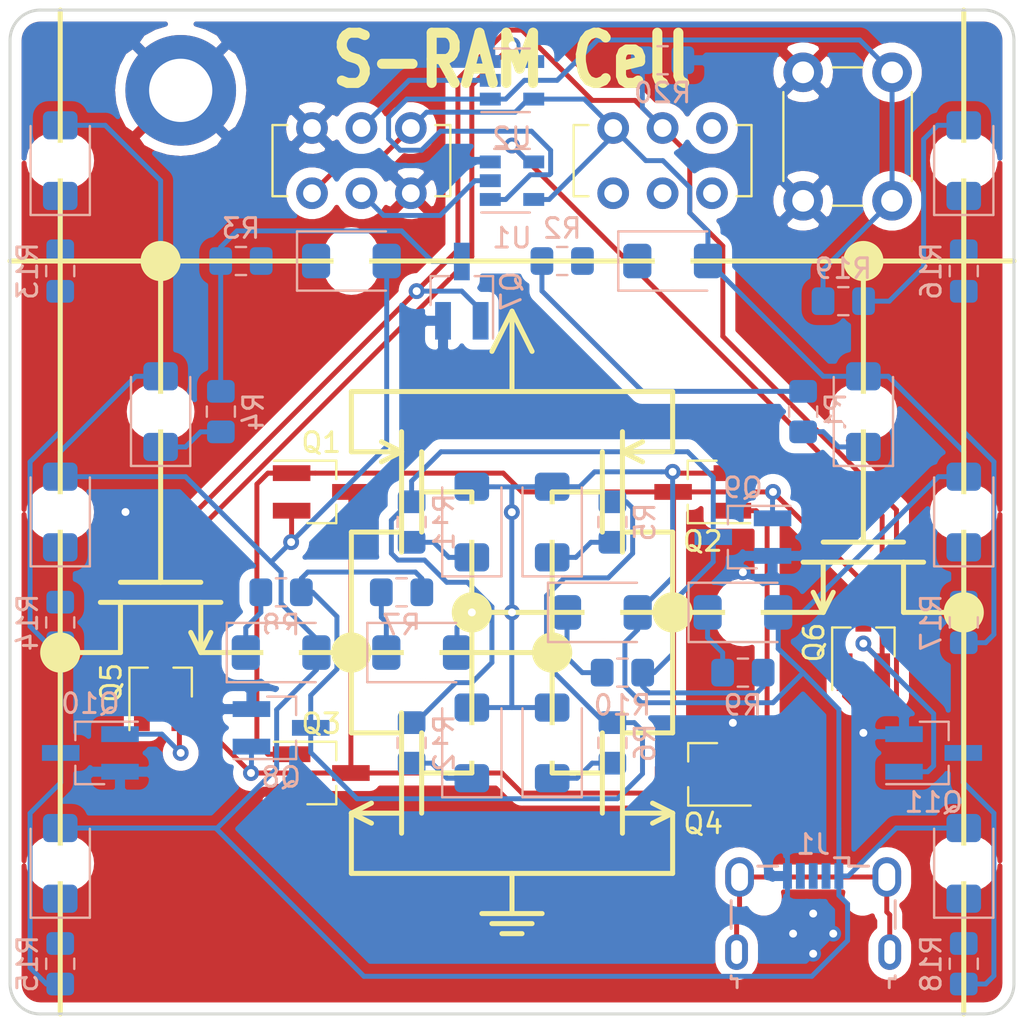
<source format=kicad_pcb>
(kicad_pcb (version 20171130) (host pcbnew 5.1.5+dfsg1-2build2)
  (layers (0 F.Cu signal) (31 B.Cu signal) (34 B.Paste user) (35 F.Paste user) (36 B.SilkS user hide) (37 F.SilkS user) (38 B.Mask user) (39 F.Mask user) (44 Edge.Cuts user))
  (net 0 "")
  (net 1 GND)
  (net 2 "Net-(D1-Pad1)")
  (net 3 VCC)
  (net 4 "Net-(D2-Pad1)")
  (net 5 "Net-(D3-Pad1)")
  (net 6 "Net-(D4-Pad1)")
  (net 7 "Net-(D5-Pad1)")
  (net 8 "Net-(D6-Pad1)")
  (net 9 "Net-(D7-Pad1)")
  (net 10 "Net-(D8-Pad1)")
  (net 11 "Net-(D9-Pad1)")
  (net 12 "Net-(D10-Pad1)")
  (net 13 "Net-(D11-Pad1)")
  (net 14 "Net-(D12-Pad1)")
  (net 15 "Net-(D13-Pad1)")
  (net 16 "Net-(D14-Pad1)")
  (net 17 "Net-(D15-Pad1)")
  (net 18 "Net-(D16-Pad1)")
  (net 19 "Net-(D17-Pad1)")
  (net 20 "Net-(D18-Pad1)")
  (net 21 "Net-(J1-Pad6)")
  (net 22 Internal_R)
  (net 23 Internal_L)
  (net 24 External_R)
  (net 25 Enable)
  (net 26 External_L)
  (net 27 "Net-(Q7-Pad3)")
  (net 28 "Net-(Q8-Pad3)")
  (net 29 "Net-(Q9-Pad3)")
  (net 30 "Net-(Q10-Pad3)")
  (net 31 "Net-(Q11-Pad3)")
  (net 32 "Net-(R19-Pad2)")
  (net 33 "Net-(SW2-Pad5)")
  (net 34 "Net-(SW2-Pad2)")
  (module Package_TO_SOT_SMD:SOT-23-5 (layer B.Cu) (at 152.4 79.756)
    (fp_text reference U2 (at 0 2.9) (layer B.SilkS) (effects (justify mirror)))
    (fp_text value MC74VHC1G125)
    (pad 5 smd rect (at 1.1 0.95) (size 1.06 0.65) (layers B.Cu B.Paste B.Mask) (net 3 VCC))
    (pad 4 smd rect (at 1.1 -0.95) (size 1.06 0.65) (layers B.Cu B.Paste B.Mask) (net 26 External_L))
    (pad 3 smd rect (at -1.1 -0.95) (size 1.06 0.65) (layers B.Cu B.Paste B.Mask) (net 1 GND))
    (pad 2 smd rect (at -1.1 0) (size 1.06 0.65) (layers B.Cu B.Paste B.Mask) (net 33 "Net-(SW2-Pad5)"))
    (pad 1 smd rect (at -1.1 0.95) (size 1.06 0.65) (layers B.Cu B.Paste B.Mask) (net 32 "Net-(R19-Pad2)"))
  )
  (module Package_TO_SOT_SMD:SOT-23-5 (layer B.Cu) (at 152.4 84.836)
    (fp_text reference U1 (at 0 2.9) (layer B.SilkS) (effects (justify mirror)))
    (fp_text value MC74VHC1G125)
    (pad 5 smd rect (at 1.1 0.95) (size 1.06 0.65) (layers B.Cu B.Paste B.Mask) (net 3 VCC))
    (pad 4 smd rect (at 1.1 -0.95) (size 1.06 0.65) (layers B.Cu B.Paste B.Mask) (net 24 External_R))
    (pad 3 smd rect (at -1.1 -0.95) (size 1.06 0.65) (layers B.Cu B.Paste B.Mask) (net 1 GND))
    (pad 2 smd rect (at -1.1 0) (size 1.06 0.65) (layers B.Cu B.Paste B.Mask) (net 34 "Net-(SW2-Pad2)"))
    (pad 1 smd rect (at -1.1 0.95) (size 1.06 0.65) (layers B.Cu B.Paste B.Mask) (net 32 "Net-(R19-Pad2)"))
  )
  (module Button_Switch_THT:SW_PUSH_6mm (layer F.Cu) (at 167.132 85.852 90)
    (fp_text reference SW1 hide)
    (fp_text value SW_Write)
    (pad 1 thru_hole circle (at 6.5 0 180) (size 2 2) (drill 1.1) (layers *.Cu *.Mask) (net 1 GND))
    (pad 2 thru_hole circle (at 6.5 4.5 180) (size 2 2) (drill 1.1) (layers *.Cu *.Mask) (net 32 "Net-(R19-Pad2)"))
    (pad 1 thru_hole circle (at 0 0 180) (size 2 2) (drill 1.1) (layers *.Cu *.Mask) (net 1 GND))
    (pad 2 thru_hole circle (at 0 4.5 180) (size 2 2) (drill 1.1) (layers *.Cu *.Mask) (net 32 "Net-(R19-Pad2)"))
  )
  (module MountingHole:MountingHole_3.2mm_M3_DIN965_Pad (layer F.Cu) (at 135.636 80.264)
    (fp_text reference REF** hide)
    (fp_text value MountingHole_3.2mm_M3_DIN965_Pad)
    (pad 1 thru_hole circle (at 0 0) (size 5.599999 5.599999) (drill 3.200001) (layers *.Cu *.Mask) (net 1 GND))
  )
  (module footprints:Switch_DPDT_THT_CK (layer F.Cu) (at 160.02 83.82)
    (fp_text reference SW3 hide)
    (fp_text value SW_Enable)
    (pad 4 thru_hole circle (at -2.5 1.65 90) (size 1.6 1.6) (drill 0.9) (layers *.Cu *.Mask))
    (pad 6 thru_hole circle (at 2.5 1.65 90) (size 1.6 1.6) (drill 0.9) (layers *.Cu *.Mask))
    (pad 5 thru_hole circle (at 0 1.65 90) (size 1.6 1.6) (drill 0.9) (layers *.Cu *.Mask))
    (pad 3 thru_hole circle (at 2.5 -1.65 90) (size 1.6 1.6) (drill 0.9) (layers *.Cu *.Mask))
    (pad 2 thru_hole circle (at 0 -1.65 90) (size 1.6 1.6) (drill 0.9) (layers *.Cu *.Mask) (net 25 Enable))
    (pad 1 thru_hole circle (at -2.5 -1.65 90) (size 1.6 1.6) (drill 0.9) (layers *.Cu *.Mask) (net 3 VCC))
  )
  (module footprints:Switch_DPDT_THT_CK (layer F.Cu) (at 144.78 83.82 180)
    (fp_text reference SW2 hide)
    (fp_text value SW_Input)
    (pad 4 thru_hole circle (at -2.5 1.65 270) (size 1.6 1.6) (drill 0.9) (layers *.Cu *.Mask) (net 3 VCC))
    (pad 6 thru_hole circle (at 2.5 1.65 270) (size 1.6 1.6) (drill 0.9) (layers *.Cu *.Mask) (net 1 GND))
    (pad 5 thru_hole circle (at 0 1.65 270) (size 1.6 1.6) (drill 0.9) (layers *.Cu *.Mask) (net 33 "Net-(SW2-Pad5)"))
    (pad 3 thru_hole circle (at 2.5 -1.65 270) (size 1.6 1.6) (drill 0.9) (layers *.Cu *.Mask) (net 3 VCC))
    (pad 2 thru_hole circle (at 0 -1.65 270) (size 1.6 1.6) (drill 0.9) (layers *.Cu *.Mask) (net 34 "Net-(SW2-Pad2)"))
    (pad 1 thru_hole circle (at -2.5 -1.65 270) (size 1.6 1.6) (drill 0.9) (layers *.Cu *.Mask) (net 1 GND))
  )
  (module Resistor_SMD:R_0805_2012Metric_Pad1.15x1.40mm_HandSolder (layer B.Cu) (at 160.02 78.74)
    (fp_text reference R20 (at 0 1.65) (layer B.SilkS) (effects (justify mirror)))
    (fp_text value 10K)
    (pad 2 smd roundrect (at 1.025 0) (size 1.15 1.4) (layers B.Cu B.Paste B.Mask) (roundrect_rratio 0.217391) (net 1 GND))
    (pad 1 smd roundrect (at -1.025 0) (size 1.15 1.4) (layers B.Cu B.Paste B.Mask) (roundrect_rratio 0.217391) (net 25 Enable))
  )
  (module Resistor_SMD:R_0805_2012Metric_Pad1.15x1.40mm_HandSolder (layer B.Cu) (at 169.164 90.932 180)
    (fp_text reference R19 (at 0 1.65) (layer B.SilkS) (effects (justify mirror)))
    (fp_text value 10K)
    (pad 2 smd roundrect (at 1.025 0 180) (size 1.15 1.4) (layers B.Cu B.Paste B.Mask) (roundrect_rratio 0.217391) (net 32 "Net-(R19-Pad2)"))
    (pad 1 smd roundrect (at -1.025 0 180) (size 1.15 1.4) (layers B.Cu B.Paste B.Mask) (roundrect_rratio 0.217391) (net 3 VCC))
  )
  (module Resistor_SMD:R_0805_2012Metric_Pad1.15x1.40mm_HandSolder (layer B.Cu) (at 175.26 124.46 270)
    (fp_text reference R18 (at 0 1.65 90) (layer B.SilkS) (effects (justify mirror)))
    (fp_text value R_US)
    (pad 2 smd roundrect (at 1.025 0 270) (size 1.15 1.4) (layers B.Cu B.Paste B.Mask) (roundrect_rratio 0.217391) (net 31 "Net-(Q11-Pad3)"))
    (pad 1 smd roundrect (at -1.025 0 270) (size 1.15 1.4) (layers B.Cu B.Paste B.Mask) (roundrect_rratio 0.217391) (net 20 "Net-(D18-Pad1)"))
  )
  (module Resistor_SMD:R_0805_2012Metric_Pad1.15x1.40mm_HandSolder (layer B.Cu) (at 175.26 107.188 270)
    (fp_text reference R17 (at 0 1.65 90) (layer B.SilkS) (effects (justify mirror)))
    (fp_text value R_US)
    (pad 2 smd roundrect (at 1.025 0 270) (size 1.15 1.4) (layers B.Cu B.Paste B.Mask) (roundrect_rratio 0.217391) (net 31 "Net-(Q11-Pad3)"))
    (pad 1 smd roundrect (at -1.025 0 270) (size 1.15 1.4) (layers B.Cu B.Paste B.Mask) (roundrect_rratio 0.217391) (net 19 "Net-(D17-Pad1)"))
  )
  (module Resistor_SMD:R_0805_2012Metric_Pad1.15x1.40mm_HandSolder (layer B.Cu) (at 175.26 89.408 270)
    (fp_text reference R16 (at 0 1.65 90) (layer B.SilkS) (effects (justify mirror)))
    (fp_text value R_US)
    (pad 2 smd roundrect (at 1.025 0 270) (size 1.15 1.4) (layers B.Cu B.Paste B.Mask) (roundrect_rratio 0.217391) (net 31 "Net-(Q11-Pad3)"))
    (pad 1 smd roundrect (at -1.025 0 270) (size 1.15 1.4) (layers B.Cu B.Paste B.Mask) (roundrect_rratio 0.217391) (net 18 "Net-(D16-Pad1)"))
  )
  (module Resistor_SMD:R_0805_2012Metric_Pad1.15x1.40mm_HandSolder (layer B.Cu) (at 129.54 124.46 270)
    (fp_text reference R15 (at 0 1.65 90) (layer B.SilkS) (effects (justify mirror)))
    (fp_text value R_US)
    (pad 2 smd roundrect (at 1.025 0 270) (size 1.15 1.4) (layers B.Cu B.Paste B.Mask) (roundrect_rratio 0.217391) (net 30 "Net-(Q10-Pad3)"))
    (pad 1 smd roundrect (at -1.025 0 270) (size 1.15 1.4) (layers B.Cu B.Paste B.Mask) (roundrect_rratio 0.217391) (net 17 "Net-(D15-Pad1)"))
  )
  (module Resistor_SMD:R_0805_2012Metric_Pad1.15x1.40mm_HandSolder (layer B.Cu) (at 129.54 107.188 270)
    (fp_text reference R14 (at 0 1.65 90) (layer B.SilkS) (effects (justify mirror)))
    (fp_text value R_US)
    (pad 2 smd roundrect (at 1.025 0 270) (size 1.15 1.4) (layers B.Cu B.Paste B.Mask) (roundrect_rratio 0.217391) (net 30 "Net-(Q10-Pad3)"))
    (pad 1 smd roundrect (at -1.025 0 270) (size 1.15 1.4) (layers B.Cu B.Paste B.Mask) (roundrect_rratio 0.217391) (net 16 "Net-(D14-Pad1)"))
  )
  (module Resistor_SMD:R_0805_2012Metric_Pad1.15x1.40mm_HandSolder (layer B.Cu) (at 129.54 89.408 270)
    (fp_text reference R13 (at 0 1.65 90) (layer B.SilkS) (effects (justify mirror)))
    (fp_text value R_US)
    (pad 2 smd roundrect (at 1.025 0 270) (size 1.15 1.4) (layers B.Cu B.Paste B.Mask) (roundrect_rratio 0.217391) (net 30 "Net-(Q10-Pad3)"))
    (pad 1 smd roundrect (at -1.025 0 270) (size 1.15 1.4) (layers B.Cu B.Paste B.Mask) (roundrect_rratio 0.217391) (net 15 "Net-(D13-Pad1)"))
  )
  (module Resistor_SMD:R_0805_2012Metric_Pad1.15x1.40mm_HandSolder (layer B.Cu) (at 147.32 113.284 90)
    (fp_text reference R12 (at 0 1.65 90) (layer B.SilkS) (effects (justify mirror)))
    (fp_text value R_US)
    (pad 2 smd roundrect (at 1.025 0 90) (size 1.15 1.4) (layers B.Cu B.Paste B.Mask) (roundrect_rratio 0.217391) (net 29 "Net-(Q9-Pad3)"))
    (pad 1 smd roundrect (at -1.025 0 90) (size 1.15 1.4) (layers B.Cu B.Paste B.Mask) (roundrect_rratio 0.217391) (net 14 "Net-(D12-Pad1)"))
  )
  (module Resistor_SMD:R_0805_2012Metric_Pad1.15x1.40mm_HandSolder (layer B.Cu) (at 147.32 102.108 90)
    (fp_text reference R11 (at 0 1.65 90) (layer B.SilkS) (effects (justify mirror)))
    (fp_text value R_US)
    (pad 2 smd roundrect (at 1.025 0 90) (size 1.15 1.4) (layers B.Cu B.Paste B.Mask) (roundrect_rratio 0.217391) (net 29 "Net-(Q9-Pad3)"))
    (pad 1 smd roundrect (at -1.025 0 90) (size 1.15 1.4) (layers B.Cu B.Paste B.Mask) (roundrect_rratio 0.217391) (net 13 "Net-(D11-Pad1)"))
  )
  (module Resistor_SMD:R_0805_2012Metric_Pad1.15x1.40mm_HandSolder (layer B.Cu) (at 157.988 109.728)
    (fp_text reference R10 (at 0 1.65) (layer B.SilkS) (effects (justify mirror)))
    (fp_text value R_US)
    (pad 2 smd roundrect (at 1.025 0) (size 1.15 1.4) (layers B.Cu B.Paste B.Mask) (roundrect_rratio 0.217391) (net 29 "Net-(Q9-Pad3)"))
    (pad 1 smd roundrect (at -1.025 0) (size 1.15 1.4) (layers B.Cu B.Paste B.Mask) (roundrect_rratio 0.217391) (net 12 "Net-(D10-Pad1)"))
  )
  (module Resistor_SMD:R_0805_2012Metric_Pad1.15x1.40mm_HandSolder (layer B.Cu) (at 164.084 109.728)
    (fp_text reference R9 (at 0 1.65) (layer B.SilkS) (effects (justify mirror)))
    (fp_text value R_US)
    (pad 2 smd roundrect (at 1.025 0) (size 1.15 1.4) (layers B.Cu B.Paste B.Mask) (roundrect_rratio 0.217391) (net 29 "Net-(Q9-Pad3)"))
    (pad 1 smd roundrect (at -1.025 0) (size 1.15 1.4) (layers B.Cu B.Paste B.Mask) (roundrect_rratio 0.217391) (net 11 "Net-(D9-Pad1)"))
  )
  (module Resistor_SMD:R_0805_2012Metric_Pad1.15x1.40mm_HandSolder (layer B.Cu) (at 140.716 105.664)
    (fp_text reference R8 (at 0 1.65) (layer B.SilkS) (effects (justify mirror)))
    (fp_text value R_US)
    (pad 2 smd roundrect (at 1.025 0) (size 1.15 1.4) (layers B.Cu B.Paste B.Mask) (roundrect_rratio 0.217391) (net 28 "Net-(Q8-Pad3)"))
    (pad 1 smd roundrect (at -1.025 0) (size 1.15 1.4) (layers B.Cu B.Paste B.Mask) (roundrect_rratio 0.217391) (net 10 "Net-(D8-Pad1)"))
  )
  (module Resistor_SMD:R_0805_2012Metric_Pad1.15x1.40mm_HandSolder (layer B.Cu) (at 146.812 105.664)
    (fp_text reference R7 (at 0 1.65) (layer B.SilkS) (effects (justify mirror)))
    (fp_text value R_US)
    (pad 2 smd roundrect (at 1.025 0) (size 1.15 1.4) (layers B.Cu B.Paste B.Mask) (roundrect_rratio 0.217391) (net 28 "Net-(Q8-Pad3)"))
    (pad 1 smd roundrect (at -1.025 0) (size 1.15 1.4) (layers B.Cu B.Paste B.Mask) (roundrect_rratio 0.217391) (net 9 "Net-(D7-Pad1)"))
  )
  (module Resistor_SMD:R_0805_2012Metric_Pad1.15x1.40mm_HandSolder (layer B.Cu) (at 157.48 113.284 90)
    (fp_text reference R6 (at 0 1.65 90) (layer B.SilkS) (effects (justify mirror)))
    (fp_text value R_US)
    (pad 2 smd roundrect (at 1.025 0 90) (size 1.15 1.4) (layers B.Cu B.Paste B.Mask) (roundrect_rratio 0.217391) (net 28 "Net-(Q8-Pad3)"))
    (pad 1 smd roundrect (at -1.025 0 90) (size 1.15 1.4) (layers B.Cu B.Paste B.Mask) (roundrect_rratio 0.217391) (net 8 "Net-(D6-Pad1)"))
  )
  (module Resistor_SMD:R_0805_2012Metric_Pad1.15x1.40mm_HandSolder (layer B.Cu) (at 157.48 102.108 90)
    (fp_text reference R5 (at 0 1.65 90) (layer B.SilkS) (effects (justify mirror)))
    (fp_text value R_US)
    (pad 2 smd roundrect (at 1.025 0 90) (size 1.15 1.4) (layers B.Cu B.Paste B.Mask) (roundrect_rratio 0.217391) (net 28 "Net-(Q8-Pad3)"))
    (pad 1 smd roundrect (at -1.025 0 90) (size 1.15 1.4) (layers B.Cu B.Paste B.Mask) (roundrect_rratio 0.217391) (net 7 "Net-(D5-Pad1)"))
  )
  (module Resistor_SMD:R_0805_2012Metric_Pad1.15x1.40mm_HandSolder (layer B.Cu) (at 137.668 96.52 90)
    (fp_text reference R4 (at 0 1.65 90) (layer B.SilkS) (effects (justify mirror)))
    (fp_text value R_US)
    (pad 2 smd roundrect (at 1.025 0 90) (size 1.15 1.4) (layers B.Cu B.Paste B.Mask) (roundrect_rratio 0.217391) (net 27 "Net-(Q7-Pad3)"))
    (pad 1 smd roundrect (at -1.025 0 90) (size 1.15 1.4) (layers B.Cu B.Paste B.Mask) (roundrect_rratio 0.217391) (net 6 "Net-(D4-Pad1)"))
  )
  (module Resistor_SMD:R_0805_2012Metric_Pad1.15x1.40mm_HandSolder (layer B.Cu) (at 138.684 88.9 180)
    (fp_text reference R3 (at 0 1.65) (layer B.SilkS) (effects (justify mirror)))
    (fp_text value R_US)
    (pad 2 smd roundrect (at 1.025 0 180) (size 1.15 1.4) (layers B.Cu B.Paste B.Mask) (roundrect_rratio 0.217391) (net 27 "Net-(Q7-Pad3)"))
    (pad 1 smd roundrect (at -1.025 0 180) (size 1.15 1.4) (layers B.Cu B.Paste B.Mask) (roundrect_rratio 0.217391) (net 5 "Net-(D3-Pad1)"))
  )
  (module Resistor_SMD:R_0805_2012Metric_Pad1.15x1.40mm_HandSolder (layer B.Cu) (at 154.94 88.9 180)
    (fp_text reference R2 (at 0 1.65) (layer B.SilkS) (effects (justify mirror)))
    (fp_text value R_US)
    (pad 2 smd roundrect (at 1.025 0 180) (size 1.15 1.4) (layers B.Cu B.Paste B.Mask) (roundrect_rratio 0.217391) (net 27 "Net-(Q7-Pad3)"))
    (pad 1 smd roundrect (at -1.025 0 180) (size 1.15 1.4) (layers B.Cu B.Paste B.Mask) (roundrect_rratio 0.217391) (net 4 "Net-(D2-Pad1)"))
  )
  (module Package_TO_SOT_SMD:SOT-23_Handsoldering (layer B.Cu) (at 173.736 113.792)
    (fp_text reference Q11 (at 0 2.5) (layer B.SilkS) (effects (justify mirror)))
    (fp_text value Q_NMOS_GSD)
    (pad 3 smd rect (at 1.5 0) (size 1.9 0.8) (layers B.Cu B.Paste B.Mask) (net 31 "Net-(Q11-Pad3)"))
    (pad 2 smd rect (at -1.5 -0.95) (size 1.9 0.8) (layers B.Cu B.Paste B.Mask) (net 1 GND))
    (pad 1 smd rect (at -1.5 0.95) (size 1.9 0.8) (layers B.Cu B.Paste B.Mask) (net 24 External_R))
  )
  (module Package_TO_SOT_SMD:SOT-23_Handsoldering (layer B.Cu) (at 131.064 113.792 180)
    (fp_text reference Q10 (at 0 2.5) (layer B.SilkS) (effects (justify mirror)))
    (fp_text value Q_NMOS_GSD)
    (pad 3 smd rect (at 1.5 0 180) (size 1.9 0.8) (layers B.Cu B.Paste B.Mask) (net 30 "Net-(Q10-Pad3)"))
    (pad 2 smd rect (at -1.5 -0.95 180) (size 1.9 0.8) (layers B.Cu B.Paste B.Mask) (net 1 GND))
    (pad 1 smd rect (at -1.5 0.95 180) (size 1.9 0.8) (layers B.Cu B.Paste B.Mask) (net 26 External_L))
  )
  (module Package_TO_SOT_SMD:SOT-23_Handsoldering (layer B.Cu) (at 164.084 102.87 180)
    (fp_text reference Q9 (at 0 2.5) (layer B.SilkS) (effects (justify mirror)))
    (fp_text value Q_NMOS_GSD)
    (pad 3 smd rect (at 1.5 0 180) (size 1.9 0.8) (layers B.Cu B.Paste B.Mask) (net 29 "Net-(Q9-Pad3)"))
    (pad 2 smd rect (at -1.5 -0.95 180) (size 1.9 0.8) (layers B.Cu B.Paste B.Mask) (net 1 GND))
    (pad 1 smd rect (at -1.5 0.95 180) (size 1.9 0.8) (layers B.Cu B.Paste B.Mask) (net 22 Internal_R))
  )
  (module Package_TO_SOT_SMD:SOT-23_Handsoldering (layer B.Cu) (at 140.716 112.522)
    (fp_text reference Q8 (at 0 2.5) (layer B.SilkS) (effects (justify mirror)))
    (fp_text value Q_NMOS_GSD)
    (pad 3 smd rect (at 1.5 0) (size 1.9 0.8) (layers B.Cu B.Paste B.Mask) (net 28 "Net-(Q8-Pad3)"))
    (pad 2 smd rect (at -1.5 -0.95) (size 1.9 0.8) (layers B.Cu B.Paste B.Mask) (net 1 GND))
    (pad 1 smd rect (at -1.5 0.95) (size 1.9 0.8) (layers B.Cu B.Paste B.Mask) (net 23 Internal_L))
  )
  (module Package_TO_SOT_SMD:SOT-23_Handsoldering (layer B.Cu) (at 149.86 90.424 90)
    (fp_text reference Q7 (at 0 2.5 90) (layer B.SilkS) (effects (justify mirror)))
    (fp_text value Q_NMOS_GSD)
    (pad 3 smd rect (at 1.5 0 90) (size 1.9 0.8) (layers B.Cu B.Paste B.Mask) (net 27 "Net-(Q7-Pad3)"))
    (pad 2 smd rect (at -1.5 -0.95 90) (size 1.9 0.8) (layers B.Cu B.Paste B.Mask) (net 1 GND))
    (pad 1 smd rect (at -1.5 0.95 90) (size 1.9 0.8) (layers B.Cu B.Paste B.Mask) (net 25 Enable))
  )
  (module Connector_USB:USB_Micro-B_Wuerth_629105150521 (layer B.Cu) (at 167.64 121.92 180)
    (fp_text reference J1 (at 0 3.5) (layer B.SilkS) (effects (justify mirror)))
    (fp_text value USB_B_Micro)
    (pad "" np_thru_hole oval (at 2.5 0.8 180) (size 0.8 0.8) (drill 0.8) (layers *.Cu *.Mask))
    (pad "" np_thru_hole oval (at -2.5 0.8 180) (size 0.8 0.8) (drill 0.8) (layers *.Cu *.Mask))
    (pad 6 thru_hole oval (at 3.875 -1.95 180) (size 1.15 1.8) (drill oval 0.55 1.2) (layers *.Cu *.Mask) (net 21 "Net-(J1-Pad6)"))
    (pad 6 thru_hole oval (at -3.875 -1.95 180) (size 1.15 1.8) (drill oval 0.55 1.2) (layers *.Cu *.Mask) (net 21 "Net-(J1-Pad6)"))
    (pad 6 thru_hole oval (at 3.725 1.85 180) (size 1.45 2) (drill oval 0.85 1.4) (layers *.Cu *.Mask) (net 21 "Net-(J1-Pad6)"))
    (pad 6 thru_hole oval (at -3.725 1.85 180) (size 1.45 2) (drill oval 0.85 1.4) (layers *.Cu *.Mask) (net 21 "Net-(J1-Pad6)"))
    (pad 5 smd rect (at 1.3 1.9 180) (size 0.45 1.3) (layers B.Cu B.Paste B.Mask) (net 1 GND))
    (pad 4 smd rect (at 0.65 1.9 180) (size 0.45 1.3) (layers B.Cu B.Paste B.Mask))
    (pad 3 smd rect (at 0 1.9 180) (size 0.45 1.3) (layers B.Cu B.Paste B.Mask))
    (pad 2 smd rect (at -0.65 1.9 180) (size 0.45 1.3) (layers B.Cu B.Paste B.Mask))
    (pad 1 smd rect (at -1.3 1.9 180) (size 0.45 1.3) (layers B.Cu B.Paste B.Mask) (net 3 VCC))
  )
  (module footprints:LED_1206_ReverseMountSquare1.5mm_HandSolder (layer B.Cu) (at 175.26 119.38 90)
    (fp_text reference D18 hide)
    (fp_text value LED)
    (pad 1 smd roundrect (at -1.7875 0 90) (size 1.425 1.75) (layers B.Cu B.Paste B.Mask) (roundrect_rratio 0.2) (net 20 "Net-(D18-Pad1)"))
    (pad 2 smd roundrect (at 1.7875 0 90) (size 1.425 1.75) (layers B.Cu B.Paste B.Mask) (roundrect_rratio 0.2) (net 3 VCC))
    (pad "" np_thru_hole oval (at 0 0 90) (size 1.8 2.4) (drill oval 1.8 2.4) (layers *.Cu *.Mask))
  )
  (module footprints:LED_1206_ReverseMountSquare1.5mm_HandSolder (layer B.Cu) (at 175.26 101.6 90)
    (fp_text reference D17 hide)
    (fp_text value LED)
    (pad 1 smd roundrect (at -1.7875 0 90) (size 1.425 1.75) (layers B.Cu B.Paste B.Mask) (roundrect_rratio 0.2) (net 19 "Net-(D17-Pad1)"))
    (pad 2 smd roundrect (at 1.7875 0 90) (size 1.425 1.75) (layers B.Cu B.Paste B.Mask) (roundrect_rratio 0.2) (net 3 VCC))
    (pad "" np_thru_hole oval (at 0 0 90) (size 1.8 2.4) (drill oval 1.8 2.4) (layers *.Cu *.Mask))
  )
  (module footprints:LED_1206_ReverseMountSquare1.5mm_HandSolder (layer B.Cu) (at 175.26 83.82 90)
    (fp_text reference D16 hide)
    (fp_text value LED)
    (pad 1 smd roundrect (at -1.7875 0 90) (size 1.425 1.75) (layers B.Cu B.Paste B.Mask) (roundrect_rratio 0.2) (net 18 "Net-(D16-Pad1)"))
    (pad 2 smd roundrect (at 1.7875 0 90) (size 1.425 1.75) (layers B.Cu B.Paste B.Mask) (roundrect_rratio 0.2) (net 3 VCC))
    (pad "" np_thru_hole oval (at 0 0 90) (size 1.8 2.4) (drill oval 1.8 2.4) (layers *.Cu *.Mask))
  )
  (module footprints:LED_1206_ReverseMountSquare1.5mm_HandSolder (layer B.Cu) (at 129.54 119.38 90)
    (fp_text reference D15 hide)
    (fp_text value LED)
    (pad 1 smd roundrect (at -1.7875 0 90) (size 1.425 1.75) (layers B.Cu B.Paste B.Mask) (roundrect_rratio 0.2) (net 17 "Net-(D15-Pad1)"))
    (pad 2 smd roundrect (at 1.7875 0 90) (size 1.425 1.75) (layers B.Cu B.Paste B.Mask) (roundrect_rratio 0.2) (net 3 VCC))
    (pad "" np_thru_hole oval (at 0 0 90) (size 1.8 2.4) (drill oval 1.8 2.4) (layers *.Cu *.Mask))
  )
  (module footprints:LED_1206_ReverseMountSquare1.5mm_HandSolder (layer B.Cu) (at 129.54 101.6 90)
    (fp_text reference D14 hide)
    (fp_text value LED)
    (pad 1 smd roundrect (at -1.7875 0 90) (size 1.425 1.75) (layers B.Cu B.Paste B.Mask) (roundrect_rratio 0.2) (net 16 "Net-(D14-Pad1)"))
    (pad 2 smd roundrect (at 1.7875 0 90) (size 1.425 1.75) (layers B.Cu B.Paste B.Mask) (roundrect_rratio 0.2) (net 3 VCC))
    (pad "" np_thru_hole oval (at 0 0 90) (size 1.8 2.4) (drill oval 1.8 2.4) (layers *.Cu *.Mask))
  )
  (module footprints:LED_1206_ReverseMountSquare1.5mm_HandSolder (layer B.Cu) (at 129.54 83.82 90)
    (fp_text reference D13 hide)
    (fp_text value LED)
    (pad 1 smd roundrect (at -1.7875 0 90) (size 1.425 1.75) (layers B.Cu B.Paste B.Mask) (roundrect_rratio 0.2) (net 15 "Net-(D13-Pad1)"))
    (pad 2 smd roundrect (at 1.7875 0 90) (size 1.425 1.75) (layers B.Cu B.Paste B.Mask) (roundrect_rratio 0.2) (net 3 VCC))
    (pad "" np_thru_hole oval (at 0 0 90) (size 1.8 2.4) (drill oval 1.8 2.4) (layers *.Cu *.Mask))
  )
  (module footprints:LED_1206_ReverseMountSquare1.5mm_HandSolder (layer B.Cu) (at 150.368 113.284 90)
    (fp_text reference D12 hide)
    (fp_text value LED)
    (pad 1 smd roundrect (at -1.7875 0 90) (size 1.425 1.75) (layers B.Cu B.Paste B.Mask) (roundrect_rratio 0.2) (net 14 "Net-(D12-Pad1)"))
    (pad 2 smd roundrect (at 1.7875 0 90) (size 1.425 1.75) (layers B.Cu B.Paste B.Mask) (roundrect_rratio 0.2) (net 3 VCC))
    (pad "" np_thru_hole oval (at 0 0 90) (size 1.8 2.4) (drill oval 1.8 2.4) (layers *.Cu *.Mask))
  )
  (module footprints:LED_1206_ReverseMountSquare1.5mm_HandSolder (layer B.Cu) (at 150.368 102.108 90)
    (fp_text reference D11 hide)
    (fp_text value LED)
    (pad 1 smd roundrect (at -1.7875 0 90) (size 1.425 1.75) (layers B.Cu B.Paste B.Mask) (roundrect_rratio 0.2) (net 13 "Net-(D11-Pad1)"))
    (pad 2 smd roundrect (at 1.7875 0 90) (size 1.425 1.75) (layers B.Cu B.Paste B.Mask) (roundrect_rratio 0.2) (net 3 VCC))
    (pad "" np_thru_hole oval (at 0 0 90) (size 1.8 2.4) (drill oval 1.8 2.4) (layers *.Cu *.Mask))
  )
  (module footprints:LED_1206_ReverseMountSquare1.5mm_HandSolder (layer B.Cu) (at 156.972 106.68)
    (fp_text reference D10 hide)
    (fp_text value LED)
    (pad 1 smd roundrect (at -1.7875 0) (size 1.425 1.75) (layers B.Cu B.Paste B.Mask) (roundrect_rratio 0.2) (net 12 "Net-(D10-Pad1)"))
    (pad 2 smd roundrect (at 1.7875 0) (size 1.425 1.75) (layers B.Cu B.Paste B.Mask) (roundrect_rratio 0.2) (net 3 VCC))
    (pad "" np_thru_hole oval (at 0 0) (size 1.8 2.4) (drill oval 1.8 2.4) (layers *.Cu *.Mask))
  )
  (module footprints:LED_1206_ReverseMountSquare1.5mm_HandSolder (layer B.Cu) (at 164.084 106.68)
    (fp_text reference D9 hide)
    (fp_text value LED)
    (pad 1 smd roundrect (at -1.7875 0) (size 1.425 1.75) (layers B.Cu B.Paste B.Mask) (roundrect_rratio 0.2) (net 11 "Net-(D9-Pad1)"))
    (pad 2 smd roundrect (at 1.7875 0) (size 1.425 1.75) (layers B.Cu B.Paste B.Mask) (roundrect_rratio 0.2) (net 3 VCC))
    (pad "" np_thru_hole oval (at 0 0) (size 1.8 2.4) (drill oval 1.8 2.4) (layers *.Cu *.Mask))
  )
  (module footprints:LED_1206_ReverseMountSquare1.5mm_HandSolder (layer B.Cu) (at 140.716 108.712)
    (fp_text reference D8 hide)
    (fp_text value LED)
    (pad 1 smd roundrect (at -1.7875 0) (size 1.425 1.75) (layers B.Cu B.Paste B.Mask) (roundrect_rratio 0.2) (net 10 "Net-(D8-Pad1)"))
    (pad 2 smd roundrect (at 1.7875 0) (size 1.425 1.75) (layers B.Cu B.Paste B.Mask) (roundrect_rratio 0.2) (net 3 VCC))
    (pad "" np_thru_hole oval (at 0 0) (size 1.8 2.4) (drill oval 1.8 2.4) (layers *.Cu *.Mask))
  )
  (module footprints:LED_1206_ReverseMountSquare1.5mm_HandSolder (layer B.Cu) (at 147.828 108.712)
    (fp_text reference D7 hide)
    (fp_text value LED)
    (pad 1 smd roundrect (at -1.7875 0) (size 1.425 1.75) (layers B.Cu B.Paste B.Mask) (roundrect_rratio 0.2) (net 9 "Net-(D7-Pad1)"))
    (pad 2 smd roundrect (at 1.7875 0) (size 1.425 1.75) (layers B.Cu B.Paste B.Mask) (roundrect_rratio 0.2) (net 3 VCC))
    (pad "" np_thru_hole oval (at 0 0) (size 1.8 2.4) (drill oval 1.8 2.4) (layers *.Cu *.Mask))
  )
  (module footprints:LED_1206_ReverseMountSquare1.5mm_HandSolder (layer B.Cu) (at 154.432 113.284 90)
    (fp_text reference D6 hide)
    (fp_text value LED)
    (pad 1 smd roundrect (at -1.7875 0 90) (size 1.425 1.75) (layers B.Cu B.Paste B.Mask) (roundrect_rratio 0.2) (net 8 "Net-(D6-Pad1)"))
    (pad 2 smd roundrect (at 1.7875 0 90) (size 1.425 1.75) (layers B.Cu B.Paste B.Mask) (roundrect_rratio 0.2) (net 3 VCC))
    (pad "" np_thru_hole oval (at 0 0 90) (size 1.8 2.4) (drill oval 1.8 2.4) (layers *.Cu *.Mask))
  )
  (module footprints:LED_1206_ReverseMountSquare1.5mm_HandSolder (layer B.Cu) (at 154.432 102.108 90)
    (fp_text reference D5 hide)
    (fp_text value LED)
    (pad 1 smd roundrect (at -1.7875 0 90) (size 1.425 1.75) (layers B.Cu B.Paste B.Mask) (roundrect_rratio 0.2) (net 7 "Net-(D5-Pad1)"))
    (pad 2 smd roundrect (at 1.7875 0 90) (size 1.425 1.75) (layers B.Cu B.Paste B.Mask) (roundrect_rratio 0.2) (net 3 VCC))
    (pad "" np_thru_hole oval (at 0 0 90) (size 1.8 2.4) (drill oval 1.8 2.4) (layers *.Cu *.Mask))
  )
  (module footprints:LED_1206_ReverseMountSquare1.5mm_HandSolder (layer B.Cu) (at 134.62 96.52 90)
    (fp_text reference D4 hide)
    (fp_text value LED)
    (pad 1 smd roundrect (at -1.7875 0 90) (size 1.425 1.75) (layers B.Cu B.Paste B.Mask) (roundrect_rratio 0.2) (net 6 "Net-(D4-Pad1)"))
    (pad 2 smd roundrect (at 1.7875 0 90) (size 1.425 1.75) (layers B.Cu B.Paste B.Mask) (roundrect_rratio 0.2) (net 3 VCC))
    (pad "" np_thru_hole oval (at 0 0 90) (size 1.8 2.4) (drill oval 1.8 2.4) (layers *.Cu *.Mask))
  )
  (module footprints:LED_1206_ReverseMountSquare1.5mm_HandSolder (layer B.Cu) (at 144.272 88.9)
    (fp_text reference D3 hide)
    (fp_text value LED)
    (pad 1 smd roundrect (at -1.7875 0) (size 1.425 1.75) (layers B.Cu B.Paste B.Mask) (roundrect_rratio 0.2) (net 5 "Net-(D3-Pad1)"))
    (pad 2 smd roundrect (at 1.7875 0) (size 1.425 1.75) (layers B.Cu B.Paste B.Mask) (roundrect_rratio 0.2) (net 3 VCC))
    (pad "" np_thru_hole oval (at 0 0) (size 1.8 2.4) (drill oval 1.8 2.4) (layers *.Cu *.Mask))
  )
  (module footprints:LED_1206_ReverseMountSquare1.5mm_HandSolder (layer B.Cu) (at 160.528 88.9)
    (fp_text reference D2 hide)
    (fp_text value LED)
    (pad 1 smd roundrect (at -1.7875 0) (size 1.425 1.75) (layers B.Cu B.Paste B.Mask) (roundrect_rratio 0.2) (net 4 "Net-(D2-Pad1)"))
    (pad 2 smd roundrect (at 1.7875 0) (size 1.425 1.75) (layers B.Cu B.Paste B.Mask) (roundrect_rratio 0.2) (net 3 VCC))
    (pad "" np_thru_hole oval (at 0 0) (size 1.8 2.4) (drill oval 1.8 2.4) (layers *.Cu *.Mask))
  )
  (module footprints:LED_1206_ReverseMountSquare1.5mm_HandSolder (layer B.Cu) (at 170.18 96.52 90)
    (fp_text reference D1 hide)
    (fp_text value LED)
    (pad 1 smd roundrect (at -1.7875 0 90) (size 1.425 1.75) (layers B.Cu B.Paste B.Mask) (roundrect_rratio 0.2) (net 2 "Net-(D1-Pad1)"))
    (pad 2 smd roundrect (at 1.7875 0 90) (size 1.425 1.75) (layers B.Cu B.Paste B.Mask) (roundrect_rratio 0.2) (net 3 VCC))
    (pad "" np_thru_hole oval (at 0 0 90) (size 1.8 2.4) (drill oval 1.8 2.4) (layers *.Cu *.Mask))
  )
  (module Package_TO_SOT_SMD:SOT-23_Handsoldering (layer F.Cu) (at 142.748 100.584)
    (fp_text reference Q1 (at 0 -2.5) (layer F.SilkS))
    (fp_text value Q_PMOS_GSD)
    (pad 3 smd rect (at 1.5 0) (size 1.9 0.8) (layers F.Cu F.Paste F.Mask) (net 23 Internal_L))
    (pad 2 smd rect (at -1.5 0.95) (size 1.9 0.8) (layers F.Cu F.Paste F.Mask) (net 3 VCC))
    (pad 1 smd rect (at -1.5 -0.95) (size 1.9 0.8) (layers F.Cu F.Paste F.Mask) (net 22 Internal_R))
  )
  (module Package_TO_SOT_SMD:SOT-23_Handsoldering (layer F.Cu) (at 162.052 100.584 180)
    (fp_text reference Q2 (at 0 -2.5) (layer F.SilkS))
    (fp_text value Q_PMOS_GSD)
    (pad 1 smd rect (at -1.5 -0.95 180) (size 1.9 0.8) (layers F.Cu F.Paste F.Mask) (net 23 Internal_L))
    (pad 2 smd rect (at -1.5 0.95 180) (size 1.9 0.8) (layers F.Cu F.Paste F.Mask) (net 3 VCC))
    (pad 3 smd rect (at 1.5 0 180) (size 1.9 0.8) (layers F.Cu F.Paste F.Mask) (net 22 Internal_R))
  )
  (module Package_TO_SOT_SMD:SOT-23_Handsoldering (layer F.Cu) (at 142.748 114.808)
    (fp_text reference Q3 (at 0 -2.5) (layer F.SilkS))
    (fp_text value Q_NMOS_GSD)
    (pad 1 smd rect (at -1.5 -0.95) (size 1.9 0.8) (layers F.Cu F.Paste F.Mask) (net 22 Internal_R))
    (pad 2 smd rect (at -1.5 0.95) (size 1.9 0.8) (layers F.Cu F.Paste F.Mask) (net 1 GND))
    (pad 3 smd rect (at 1.5 0) (size 1.9 0.8) (layers F.Cu F.Paste F.Mask) (net 23 Internal_L))
  )
  (module Package_TO_SOT_SMD:SOT-23_Handsoldering (layer F.Cu) (at 162.076 114.874 180)
    (fp_text reference Q4 (at 0 -2.5) (layer F.SilkS))
    (fp_text value Q_NMOS_GSD)
    (pad 3 smd rect (at 1.5 0 180) (size 1.9 0.8) (layers F.Cu F.Paste F.Mask) (net 22 Internal_R))
    (pad 2 smd rect (at -1.5 0.95 180) (size 1.9 0.8) (layers F.Cu F.Paste F.Mask) (net 1 GND))
    (pad 1 smd rect (at -1.5 -0.95 180) (size 1.9 0.8) (layers F.Cu F.Paste F.Mask) (net 23 Internal_L))
  )
  (module Package_TO_SOT_SMD:SOT-23_Handsoldering (layer F.Cu) (at 134.62 110.236 90)
    (fp_text reference Q5 (at 0 -2.5 90) (layer F.SilkS))
    (fp_text value Q_NMOS_GSD)
    (pad 3 smd rect (at 1.5 0 90) (size 1.9 0.8) (layers F.Cu F.Paste F.Mask) (net 23 Internal_L))
    (pad 2 smd rect (at -1.5 0.95 90) (size 1.9 0.8) (layers F.Cu F.Paste F.Mask) (net 26 External_L))
    (pad 1 smd rect (at -1.5 -0.95 90) (size 1.9 0.8) (layers F.Cu F.Paste F.Mask) (net 25 Enable))
  )
  (module Package_TO_SOT_SMD:SOT-23_Handsoldering (layer F.Cu) (at 170.18 108.204 90)
    (fp_text reference Q6 (at 0 -2.5 90) (layer F.SilkS))
    (fp_text value Q_NMOS_GSD)
    (pad 1 smd rect (at -1.5 -0.95 90) (size 1.9 0.8) (layers F.Cu F.Paste F.Mask) (net 25 Enable))
    (pad 2 smd rect (at -1.5 0.95 90) (size 1.9 0.8) (layers F.Cu F.Paste F.Mask) (net 24 External_R))
    (pad 3 smd rect (at 1.5 0 90) (size 1.9 0.8) (layers F.Cu F.Paste F.Mask) (net 22 Internal_R))
  )
  (module Resistor_SMD:R_0805_2012Metric_Pad1.15x1.40mm_HandSolder (layer B.Cu) (at 167.132 96.52 90)
    (fp_text reference R1 (at 0 1.65 90) (layer B.SilkS) (effects (justify mirror)))
    (fp_text value R_US)
    (pad 1 smd roundrect (at -1.025 0 90) (size 1.15 1.4) (layers B.Cu B.Paste B.Mask) (roundrect_rratio 0.217391) (net 2 "Net-(D1-Pad1)"))
    (pad 2 smd roundrect (at 1.025 0 90) (size 1.15 1.4) (layers B.Cu B.Paste B.Mask) (roundrect_rratio 0.217391) (net 27 "Net-(Q7-Pad3)"))
  )
  (gr_arc (start 128.524 125.476) (end 127 125.476) (angle -90) (layer Edge.Cuts) (width 0.15))
  (gr_arc (start 176.276 125.476) (end 176.276 127) (angle -90) (layer Edge.Cuts) (width 0.15))
  (gr_arc (start 176.276 77.724) (end 177.8 77.724) (angle -90) (layer Edge.Cuts) (width 0.15))
  (gr_text "S-RAM Cell" (at 152.4 78.74) (layer F.SilkS) (effects (font (size 2.54 2.032) (thickness 0.508))))
  (gr_arc (start 128.524 77.724) (end 128.524 76.2) (angle -90) (layer Edge.Cuts) (width 0.15))
  (gr_circle (center 170.18 88.9) (end 170.18 88.9) (layer F.SilkS) (width 1.016))
  (gr_circle (center 134.62 88.9) (end 134.62 88.9) (layer F.SilkS) (width 1.016))
  (gr_line (start 127 88.9) (end 177.8 88.9) (layer F.SilkS) (width 0.254))
  (gr_line (start 175.26 127) (end 175.26 76.2) (layer F.SilkS) (width 0.254))
  (gr_line (start 129.54 127) (end 129.54 76.2) (layer F.SilkS) (width 0.254))
  (gr_circle (center 129.54 108.712) (end 129.54 108.712) (layer F.SilkS) (width 1.016))
  (gr_circle (center 175.26 106.68) (end 175.26 106.68) (layer F.SilkS) (width 1.016))
  (gr_line (start 173.228 104.14) (end 167.132 104.14) (layer F.SilkS) (width 0.254))
  (gr_line (start 172.212 103.124) (end 168.148 103.124) (layer F.SilkS) (width 0.254))
  (gr_line (start 175.26 106.68) (end 172.212 106.68) (layer F.SilkS) (width 0.254))
  (gr_line (start 168.148 106.68) (end 168.656 105.664) (layer F.SilkS) (width 0.254))
  (gr_line (start 168.148 106.68) (end 160.528 106.68) (layer F.SilkS) (width 0.254))
  (gr_line (start 167.64 105.664) (end 168.148 106.68) (layer F.SilkS) (width 0.254))
  (gr_line (start 170.18 103.124) (end 170.18 88.9) (layer F.SilkS) (width 0.254))
  (gr_line (start 172.212 106.68) (end 172.212 104.14) (layer F.SilkS) (width 0.254))
  (gr_line (start 168.148 106.68) (end 168.148 104.14) (layer F.SilkS) (width 0.254))
  (gr_line (start 136.144 107.696) (end 136.652 108.712) (layer F.SilkS) (width 0.254))
  (gr_line (start 132.588 108.712) (end 129.54 108.712) (layer F.SilkS) (width 0.254))
  (gr_line (start 134.62 105.156) (end 134.62 88.9) (layer F.SilkS) (width 0.254))
  (gr_line (start 132.588 108.712) (end 132.588 106.172) (layer F.SilkS) (width 0.254))
  (gr_line (start 137.668 106.172) (end 131.572 106.172) (layer F.SilkS) (width 0.254))
  (gr_line (start 136.652 108.712) (end 136.652 106.172) (layer F.SilkS) (width 0.254))
  (gr_line (start 136.652 108.712) (end 137.16 107.696) (layer F.SilkS) (width 0.254))
  (gr_line (start 144.272 108.712) (end 136.652 108.712) (layer F.SilkS) (width 0.254))
  (gr_line (start 136.652 105.156) (end 132.588 105.156) (layer F.SilkS) (width 0.254))
  (gr_line (start 127 125.476) (end 127 77.724) (layer Edge.Cuts) (width 0.15))
  (gr_line (start 176.276 127) (end 128.524 127) (layer Edge.Cuts) (width 0.15))
  (gr_line (start 177.8 77.724) (end 177.8 125.476) (layer Edge.Cuts) (width 0.15))
  (gr_line (start 128.524 76.2) (end 176.276 76.2) (layer Edge.Cuts) (width 0.15))
  (gr_line (start 153.924 121.92) (end 150.876 121.92) (layer F.SilkS) (width 0.254))
  (gr_line (start 153.416 122.428) (end 151.384 122.428) (layer F.SilkS) (width 0.254))
  (gr_line (start 151.892 122.936) (end 152.908 122.936) (layer F.SilkS) (width 0.254))
  (gr_line (start 152.4 119.888) (end 152.4 121.92) (layer F.SilkS) (width 0.254))
  (gr_line (start 152.4 91.44) (end 153.416 93.472) (layer F.SilkS) (width 0.254))
  (gr_line (start 152.4 91.44) (end 151.384 93.472) (layer F.SilkS) (width 0.254))
  (gr_line (start 152.4 95.504) (end 152.4 91.44) (layer F.SilkS) (width 0.254))
  (gr_line (start 144.272 95.504) (end 160.528 95.504) (layer F.SilkS) (width 0.254))
  (gr_line (start 160.528 119.888) (end 144.272 119.888) (layer F.SilkS) (width 0.254))
  (gr_circle (center 144.272 108.712) (end 144.272 108.712) (layer F.SilkS) (width 1.016))
  (gr_circle (center 154.432 108.712) (end 154.432 108.712) (layer F.SilkS) (width 1.016))
  (gr_circle (center 150.368 106.68) (end 150.368 106.68) (layer F.SilkS) (width 1.016))
  (gr_circle (center 160.528 106.68) (end 160.528 106.68) (layer F.SilkS) (width 1.016))
  (gr_line (start 144.272 108.712) (end 154.432 108.712) (layer F.SilkS) (width 0.254))
  (gr_line (start 160.528 106.68) (end 150.368 106.68) (layer F.SilkS) (width 0.254))
  (gr_line (start 156.972 112.776) (end 156.972 116.84) (layer F.SilkS) (width 0.254))
  (gr_line (start 160.528 116.84) (end 159.512 116.332) (layer F.SilkS) (width 0.254))
  (gr_line (start 160.528 112.776) (end 157.988 112.776) (layer F.SilkS) (width 0.254))
  (gr_line (start 157.988 111.76) (end 157.988 117.856) (layer F.SilkS) (width 0.254))
  (gr_line (start 156.972 114.808) (end 154.432 114.808) (layer F.SilkS) (width 0.254))
  (gr_line (start 160.528 116.84) (end 160.528 119.888) (layer F.SilkS) (width 0.254))
  (gr_line (start 159.512 117.348) (end 160.528 116.84) (layer F.SilkS) (width 0.254))
  (gr_line (start 160.528 116.84) (end 157.988 116.84) (layer F.SilkS) (width 0.254))
  (gr_line (start 154.432 114.808) (end 154.432 100.584) (layer F.SilkS) (width 0.254))
  (gr_line (start 150.368 100.584) (end 150.368 114.808) (layer F.SilkS) (width 0.254))
  (gr_line (start 157.988 98.552) (end 159.004 99.06) (layer F.SilkS) (width 0.254))
  (gr_line (start 144.272 102.616) (end 146.812 102.616) (layer F.SilkS) (width 0.254))
  (gr_line (start 147.828 116.84) (end 147.828 112.776) (layer F.SilkS) (width 0.254))
  (gr_line (start 147.828 114.808) (end 150.368 114.808) (layer F.SilkS) (width 0.254))
  (gr_line (start 145.288 117.348) (end 144.272 116.84) (layer F.SilkS) (width 0.254))
  (gr_line (start 144.272 116.84) (end 146.812 116.84) (layer F.SilkS) (width 0.254))
  (gr_line (start 145.288 116.332) (end 144.272 116.84) (layer F.SilkS) (width 0.254))
  (gr_line (start 144.272 112.776) (end 146.812 112.776) (layer F.SilkS) (width 0.254))
  (gr_line (start 146.812 117.856) (end 146.812 111.76) (layer F.SilkS) (width 0.254))
  (gr_line (start 144.272 116.84) (end 144.272 119.888) (layer F.SilkS) (width 0.254))
  (gr_line (start 147.828 102.616) (end 147.828 98.552) (layer F.SilkS) (width 0.254))
  (gr_line (start 145.796 98.044) (end 146.812 98.552) (layer F.SilkS) (width 0.254))
  (gr_line (start 147.828 100.584) (end 150.368 100.584) (layer F.SilkS) (width 0.254))
  (gr_line (start 144.272 98.552) (end 144.272 95.504) (layer F.SilkS) (width 0.254))
  (gr_line (start 146.812 98.552) (end 145.796 99.06) (layer F.SilkS) (width 0.254))
  (gr_line (start 144.272 98.552) (end 146.812 98.552) (layer F.SilkS) (width 0.254))
  (gr_line (start 146.812 103.632) (end 146.812 97.536) (layer F.SilkS) (width 0.254))
  (gr_line (start 144.272 102.616) (end 144.272 112.776) (layer F.SilkS) (width 0.254))
  (gr_line (start 156.972 100.584) (end 154.432 100.584) (layer F.SilkS) (width 0.254))
  (gr_line (start 156.972 98.552) (end 156.972 102.616) (layer F.SilkS) (width 0.254))
  (gr_line (start 157.988 98.552) (end 159.004 98.044) (layer F.SilkS) (width 0.254))
  (gr_line (start 157.988 97.536) (end 157.988 103.632) (layer F.SilkS) (width 0.254))
  (gr_line (start 160.528 98.552) (end 157.988 98.552) (layer F.SilkS) (width 0.254))
  (gr_line (start 160.528 98.552) (end 160.528 95.504) (layer F.SilkS) (width 0.254))
  (gr_line (start 160.528 102.616) (end 160.528 112.776) (layer F.SilkS) (width 0.254))
  (gr_line (start 160.528 102.616) (end 157.988 102.616) (layer F.SilkS) (width 0.254))
  (segment (start 165.865 120.02) (end 165.86492 120.02008) (width 0.25) (layer B.Cu) (net 1))
  (segment (start 166.34 120.02) (end 165.865 120.02) (width 0.25) (layer B.Cu) (net 1))
  (segment (start 166.34 120.02) (end 166.34 118.14) (width 0.25) (layer B.Cu) (net 1))
  (segment (start 166.34 120.02) (end 166.34 121.128) (width 0.25) (layer B.Cu) (net 1))
  (via (at 167.64 121.92) (size 0.8) (drill 0.4) (layers F.Cu B.Cu) (net 1))
  (via (at 167.64 123.952) (size 0.8) (drill 0.4) (layers F.Cu B.Cu) (net 1))
  (via (at 168.656 122.936) (size 0.8) (drill 0.4) (layers F.Cu B.Cu) (net 1))
  (via (at 166.624 122.936) (size 0.8) (drill 0.4) (layers F.Cu B.Cu) (net 1))
  (via (at 170.18 112.776) (size 0.8) (drill 0.4) (layers F.Cu B.Cu) (net 1))
  (segment (start 170.246 112.842) (end 170.18 112.776) (width 0.25) (layer B.Cu) (net 1))
  (segment (start 172.236 112.842) (end 170.246 112.842) (width 0.25) (layer B.Cu) (net 1))
  (via (at 163.576 112.268) (size 0.8) (drill 0.4) (layers F.Cu B.Cu) (net 1))
  (segment (start 150.52 83.886) (end 150.332 84.074) (width 0.25) (layer B.Cu) (net 1))
  (segment (start 144.184 84.074) (end 142.28 82.17) (width 0.25) (layer B.Cu) (net 1))
  (segment (start 150.332 84.074) (end 144.184 84.074) (width 0.25) (layer B.Cu) (net 1))
  (segment (start 151.3 83.886) (end 150.52 83.886) (width 0.25) (layer B.Cu) (net 1))
  (segment (start 145.644 78.806) (end 142.28 82.17) (width 0.25) (layer B.Cu) (net 1))
  (segment (start 151.3 78.806) (end 145.644 78.806) (width 0.25) (layer B.Cu) (net 1))
  (via (at 132.842 101.6) (size 0.8) (drill 0.4) (layers F.Cu B.Cu) (net 1))
  (via (at 164.084 104.648) (size 0.8) (drill 0.4) (layers F.Cu B.Cu) (net 1))
  (segment (start 167.832 97.545) (end 167.841 97.536) (width 0.25) (layer B.Cu) (net 2))
  (segment (start 167.132 97.545) (end 167.832 97.545) (width 0.25) (layer B.Cu) (net 2))
  (segment (start 167.841 97.536) (end 168.148 97.536) (width 0.25) (layer B.Cu) (net 2))
  (segment (start 168.9195 98.3075) (end 170.18 98.3075) (width 0.25) (layer B.Cu) (net 2))
  (segment (start 168.148 97.536) (end 168.9195 98.3075) (width 0.25) (layer B.Cu) (net 2))
  (segment (start 174.385 117.5925) (end 175.26 117.5925) (width 0.25) (layer B.Cu) (net 3))
  (segment (start 171.8425 117.5925) (end 174.385 117.5925) (width 0.25) (layer B.Cu) (net 3))
  (segment (start 169.415 120.02) (end 171.8425 117.5925) (width 0.25) (layer B.Cu) (net 3))
  (segment (start 168.94 120.02) (end 169.415 120.02) (width 0.25) (layer B.Cu) (net 3))
  (segment (start 154.432 111.4965) (end 153.557 111.4965) (width 0.25) (layer B.Cu) (net 3))
  (segment (start 154.432 100.3205) (end 153.557 100.3205) (width 0.25) (layer B.Cu) (net 3))
  (segment (start 168.148 94.7325) (end 162.3155 88.9) (width 0.25) (layer B.Cu) (net 3))
  (segment (start 170.18 94.7325) (end 168.148 94.7325) (width 0.25) (layer B.Cu) (net 3))
  (segment (start 168.94 119.12) (end 168.94 120.02) (width 0.25) (layer B.Cu) (net 3))
  (segment (start 165.8715 106.68) (end 165.8715 108.51925) (width 0.25) (layer B.Cu) (net 3))
  (segment (start 158.11299 110.41618) (end 158.94881 111.252) (width 0.25) (layer B.Cu) (net 3))
  (segment (start 158.11299 108.20151) (end 158.11299 110.41618) (width 0.25) (layer B.Cu) (net 3))
  (segment (start 158.7595 107.555) (end 158.11299 108.20151) (width 0.25) (layer B.Cu) (net 3))
  (segment (start 158.7595 106.68) (end 158.7595 107.555) (width 0.25) (layer B.Cu) (net 3))
  (segment (start 165.608 111.252) (end 167.132 109.728) (width 0.25) (layer B.Cu) (net 3))
  (segment (start 158.94881 111.252) (end 165.608 111.252) (width 0.25) (layer B.Cu) (net 3))
  (segment (start 167.132 109.728) (end 168.94 111.58775) (width 0.25) (layer B.Cu) (net 3))
  (segment (start 165.8715 108.51925) (end 167.132 109.728) (width 0.25) (layer B.Cu) (net 3))
  (segment (start 174.385 99.8125) (end 175.26 99.8125) (width 0.25) (layer B.Cu) (net 3))
  (segment (start 167.112 106.68) (end 173.9795 99.8125) (width 0.25) (layer B.Cu) (net 3))
  (segment (start 173.9795 99.8125) (end 174.385 99.8125) (width 0.25) (layer B.Cu) (net 3))
  (segment (start 165.8715 106.68) (end 167.112 106.68) (width 0.25) (layer B.Cu) (net 3))
  (segment (start 175.26 99.1) (end 175.26 99.8125) (width 0.25) (layer B.Cu) (net 3))
  (segment (start 175.26 98.552) (end 175.26 99.1) (width 0.25) (layer B.Cu) (net 3))
  (segment (start 171.4405 94.7325) (end 175.26 98.552) (width 0.25) (layer B.Cu) (net 3))
  (segment (start 170.18 94.7325) (end 171.4405 94.7325) (width 0.25) (layer B.Cu) (net 3))
  (segment (start 152.3905 100.3395) (end 152.4 100.33) (width 0.25) (layer B.Cu) (net 3))
  (segment (start 152.3905 111.4965) (end 152.3905 101.6095) (width 0.25) (layer B.Cu) (net 3))
  (segment (start 152.4 100.33) (end 150.368 100.3205) (width 0.25) (layer B.Cu) (net 3))
  (segment (start 153.557 100.3205) (end 152.4 100.33) (width 0.25) (layer B.Cu) (net 3))
  (segment (start 153.557 111.4965) (end 152.3905 111.4965) (width 0.25) (layer B.Cu) (net 3))
  (segment (start 152.3905 111.4965) (end 150.368 111.4965) (width 0.25) (layer B.Cu) (net 3))
  (segment (start 152.3905 101.6095) (end 152.3905 100.3395) (width 0.25) (layer B.Cu) (net 3))
  (via (at 152.3905 101.6095) (size 0.8) (drill 0.4) (layers F.Cu B.Cu) (net 3))
  (segment (start 134.62 94.02) (end 134.62 94.7325) (width 0.25) (layer B.Cu) (net 3))
  (segment (start 134.62 84.836) (end 134.62 94.02) (width 0.25) (layer B.Cu) (net 3))
  (segment (start 131.8165 82.0325) (end 134.62 84.836) (width 0.25) (layer B.Cu) (net 3))
  (segment (start 129.54 82.0325) (end 131.8165 82.0325) (width 0.25) (layer B.Cu) (net 3))
  (segment (start 129.54 99.1) (end 129.54 99.8125) (width 0.25) (layer B.Cu) (net 3))
  (segment (start 129.54 98.552) (end 129.54 99.1) (width 0.25) (layer B.Cu) (net 3))
  (segment (start 133.3595 94.7325) (end 129.54 98.552) (width 0.25) (layer B.Cu) (net 3))
  (segment (start 134.62 94.7325) (end 133.3595 94.7325) (width 0.25) (layer B.Cu) (net 3))
  (segment (start 170.189 94.7235) (end 170.18 94.7325) (width 0.25) (layer B.Cu) (net 3))
  (segment (start 170.189 90.932) (end 170.189 94.7235) (width 0.25) (layer B.Cu) (net 3))
  (segment (start 173.93825 82.0325) (end 175.26 82.0325) (width 0.25) (layer B.Cu) (net 3))
  (segment (start 171.488 90.932) (end 173.228 89.192) (width 0.25) (layer B.Cu) (net 3))
  (segment (start 173.228 82.74275) (end 173.93825 82.0325) (width 0.25) (layer B.Cu) (net 3))
  (segment (start 173.228 89.192) (end 173.228 82.74275) (width 0.25) (layer B.Cu) (net 3))
  (segment (start 170.189 90.932) (end 171.488 90.932) (width 0.25) (layer B.Cu) (net 3))
  (segment (start 156.056 80.706) (end 157.52 82.17) (width 0.25) (layer B.Cu) (net 3))
  (segment (start 153.5 80.706) (end 156.056 80.706) (width 0.25) (layer B.Cu) (net 3))
  (segment (start 157.52 82.546) (end 157.52 82.17) (width 0.25) (layer B.Cu) (net 3))
  (segment (start 154.28 85.786) (end 157.52 82.546) (width 0.25) (layer B.Cu) (net 3))
  (segment (start 153.5 85.786) (end 154.28 85.786) (width 0.25) (layer B.Cu) (net 3))
  (segment (start 142.28 85.47) (end 143.93 83.82) (width 0.25) (layer F.Cu) (net 3))
  (segment (start 145.63 83.82) (end 147.28 82.17) (width 0.25) (layer F.Cu) (net 3))
  (segment (start 143.93 83.82) (end 145.63 83.82) (width 0.25) (layer F.Cu) (net 3))
  (segment (start 162.3155 87.3855) (end 162.3155 88.9) (width 0.25) (layer B.Cu) (net 3))
  (segment (start 161.394999 86.464999) (end 162.3155 87.3855) (width 0.25) (layer B.Cu) (net 3))
  (segment (start 160.035002 83.82) (end 161.394999 85.179997) (width 0.25) (layer B.Cu) (net 3))
  (segment (start 161.394999 85.179997) (end 161.394999 86.464999) (width 0.25) (layer B.Cu) (net 3))
  (segment (start 159.17 83.82) (end 160.035002 83.82) (width 0.25) (layer B.Cu) (net 3))
  (segment (start 157.52 82.17) (end 159.17 83.82) (width 0.25) (layer B.Cu) (net 3))
  (segment (start 168.94 111.58775) (end 168.94 117.632) (width 0.25) (layer B.Cu) (net 3))
  (segment (start 168.94 117.632) (end 168.94 119.12) (width 0.25) (layer B.Cu) (net 3))
  (segment (start 149.6155 107.4325) (end 150.368 106.68) (width 0.25) (layer B.Cu) (net 3))
  (via (at 150.368 106.68) (size 0.8) (drill 0.4) (layers F.Cu B.Cu) (net 3))
  (segment (start 149.6155 108.712) (end 149.6155 107.4325) (width 0.25) (layer B.Cu) (net 3))
  (via (at 152.4 106.68) (size 0.8) (drill 0.4) (layers F.Cu B.Cu) (net 3))
  (segment (start 150.368 106.68) (end 152.4 106.68) (width 0.25) (layer F.Cu) (net 3))
  (via (at 160.528 99.568) (size 0.8) (drill 0.4) (layers F.Cu B.Cu) (net 3))
  (segment (start 160.594 99.634) (end 160.528 99.568) (width 0.25) (layer F.Cu) (net 3))
  (segment (start 163.552 99.634) (end 160.594 99.634) (width 0.25) (layer F.Cu) (net 3))
  (segment (start 160.528 104.9115) (end 158.7595 106.68) (width 0.25) (layer B.Cu) (net 3))
  (segment (start 160.528 99.568) (end 160.528 104.9115) (width 0.25) (layer B.Cu) (net 3))
  (segment (start 130.415 117.5925) (end 129.54 117.5925) (width 0.25) (layer B.Cu) (net 3))
  (segment (start 137.480502 117.5925) (end 130.415 117.5925) (width 0.25) (layer B.Cu) (net 3))
  (segment (start 140.491001 114.582001) (end 137.480502 117.5925) (width 0.25) (layer B.Cu) (net 3))
  (segment (start 140.491001 111.599499) (end 140.491001 114.582001) (width 0.25) (layer B.Cu) (net 3))
  (segment (start 142.5035 109.587) (end 140.491001 111.599499) (width 0.25) (layer B.Cu) (net 3))
  (segment (start 142.5035 108.712) (end 142.5035 109.587) (width 0.25) (layer B.Cu) (net 3))
  (segment (start 137.4045 117.5925) (end 130.415 117.5925) (width 0.25) (layer B.Cu) (net 3))
  (segment (start 167.569992 125.09501) (end 144.90701 125.09501) (width 0.25) (layer B.Cu) (net 3))
  (segment (start 144.90701 125.09501) (end 137.4045 117.5925) (width 0.25) (layer B.Cu) (net 3))
  (segment (start 169.381001 123.284001) (end 167.569992 125.09501) (width 0.25) (layer B.Cu) (net 3))
  (segment (start 169.381001 121.434003) (end 169.381001 123.284001) (width 0.25) (layer B.Cu) (net 3))
  (segment (start 168.94 120.993002) (end 169.381001 121.434003) (width 0.25) (layer B.Cu) (net 3))
  (segment (start 168.94 120.02) (end 168.94 120.993002) (width 0.25) (layer B.Cu) (net 3))
  (segment (start 141.248 103.1) (end 141.248 101.534) (width 0.25) (layer F.Cu) (net 3))
  (segment (start 141.224 103.124) (end 141.248 103.1) (width 0.25) (layer F.Cu) (net 3))
  (via (at 141.224 103.124) (size 0.8) (drill 0.4) (layers F.Cu B.Cu) (net 3))
  (segment (start 142.5035 108.01469) (end 142.5035 108.712) (width 0.25) (layer B.Cu) (net 3))
  (segment (start 140.716 106.22719) (end 142.5035 108.01469) (width 0.25) (layer B.Cu) (net 3))
  (segment (start 140.716 104.648) (end 140.716 106.22719) (width 0.25) (layer B.Cu) (net 3))
  (segment (start 129.54 99.8125) (end 135.8805 99.8125) (width 0.25) (layer B.Cu) (net 3))
  (segment (start 140.208 104.14) (end 141.224 103.124) (width 0.25) (layer B.Cu) (net 3))
  (segment (start 135.8805 99.8125) (end 140.208 104.14) (width 0.25) (layer B.Cu) (net 3))
  (segment (start 140.208 104.14) (end 140.716 104.648) (width 0.25) (layer B.Cu) (net 3))
  (segment (start 146.0595 98.2885) (end 141.224 103.124) (width 0.25) (layer B.Cu) (net 3))
  (segment (start 146.0595 88.9) (end 146.0595 98.2885) (width 0.25) (layer B.Cu) (net 3))
  (segment (start 153.228 80.706) (end 153.5 80.706) (width 0.25) (layer B.Cu) (net 3))
  (segment (start 152.563999 81.370001) (end 153.228 80.706) (width 0.25) (layer B.Cu) (net 3))
  (segment (start 148.079999 81.370001) (end 152.563999 81.370001) (width 0.25) (layer B.Cu) (net 3))
  (segment (start 147.28 82.17) (end 148.079999 81.370001) (width 0.25) (layer B.Cu) (net 3))
  (segment (start 159.962315 99.568) (end 160.528 99.568) (width 0.25) (layer B.Cu) (net 3))
  (segment (start 156.57925 99.568) (end 159.962315 99.568) (width 0.25) (layer B.Cu) (net 3))
  (segment (start 155.82675 100.3205) (end 156.57925 99.568) (width 0.25) (layer B.Cu) (net 3))
  (segment (start 154.432 100.3205) (end 155.82675 100.3205) (width 0.25) (layer B.Cu) (net 3))
  (segment (start 156.54 88.9) (end 158.7405 88.9) (width 0.25) (layer B.Cu) (net 4))
  (segment (start 155.965 88.9) (end 156.54 88.9) (width 0.25) (layer B.Cu) (net 4))
  (segment (start 141.772 88.9) (end 139.709 88.9) (width 0.25) (layer B.Cu) (net 5))
  (segment (start 142.4845 88.9) (end 141.772 88.9) (width 0.25) (layer B.Cu) (net 5))
  (segment (start 134.62 98.3075) (end 135.8805 98.3075) (width 0.25) (layer B.Cu) (net 6))
  (segment (start 136.643 97.545) (end 137.668 97.545) (width 0.25) (layer B.Cu) (net 6))
  (segment (start 135.8805 98.3075) (end 136.643 97.545) (width 0.25) (layer B.Cu) (net 6))
  (segment (start 155.629 103.8955) (end 154.432 103.8955) (width 0.25) (layer B.Cu) (net 7))
  (segment (start 156.3915 103.133) (end 155.629 103.8955) (width 0.25) (layer B.Cu) (net 7))
  (segment (start 157.48 103.133) (end 156.3915 103.133) (width 0.25) (layer B.Cu) (net 7))
  (segment (start 155.307 115.0715) (end 154.432 115.0715) (width 0.25) (layer B.Cu) (net 8))
  (segment (start 155.6925 115.0715) (end 155.307 115.0715) (width 0.25) (layer B.Cu) (net 8))
  (segment (start 156.455 114.309) (end 155.6925 115.0715) (width 0.25) (layer B.Cu) (net 8))
  (segment (start 157.48 114.309) (end 156.455 114.309) (width 0.25) (layer B.Cu) (net 8))
  (segment (start 145.787 106.9345) (end 145.787 105.664) (width 0.25) (layer B.Cu) (net 9))
  (segment (start 146.0405 107.188) (end 145.787 106.9345) (width 0.25) (layer B.Cu) (net 9))
  (segment (start 146.0405 108.712) (end 146.0405 107.188) (width 0.25) (layer B.Cu) (net 9))
  (segment (start 139.691 106.689) (end 139.691 105.664) (width 0.25) (layer B.Cu) (net 10))
  (segment (start 138.9285 107.4515) (end 139.691 106.689) (width 0.25) (layer B.Cu) (net 10))
  (segment (start 138.9285 108.712) (end 138.9285 107.4515) (width 0.25) (layer B.Cu) (net 10))
  (segment (start 163.059 109.728) (end 163.059 108.721) (width 0.25) (layer B.Cu) (net 11))
  (segment (start 162.2965 107.9585) (end 162.2965 106.68) (width 0.25) (layer B.Cu) (net 11))
  (segment (start 163.059 108.721) (end 162.2965 107.9585) (width 0.25) (layer B.Cu) (net 11))
  (segment (start 155.1845 108.9565) (end 155.1845 106.68) (width 0.25) (layer B.Cu) (net 12))
  (segment (start 155.956 109.728) (end 155.1845 108.9565) (width 0.25) (layer B.Cu) (net 12))
  (segment (start 156.963 109.728) (end 155.956 109.728) (width 0.25) (layer B.Cu) (net 12))
  (segment (start 149.493 103.8955) (end 150.368 103.8955) (width 0.25) (layer B.Cu) (net 13))
  (segment (start 149.199 103.8955) (end 149.493 103.8955) (width 0.25) (layer B.Cu) (net 13))
  (segment (start 148.4365 103.133) (end 149.199 103.8955) (width 0.25) (layer B.Cu) (net 13))
  (segment (start 147.32 103.133) (end 148.4365 103.133) (width 0.25) (layer B.Cu) (net 13))
  (segment (start 149.493 115.0715) (end 150.368 115.0715) (width 0.25) (layer B.Cu) (net 14))
  (segment (start 149.1075 115.0715) (end 149.493 115.0715) (width 0.25) (layer B.Cu) (net 14))
  (segment (start 148.345 114.309) (end 149.1075 115.0715) (width 0.25) (layer B.Cu) (net 14))
  (segment (start 147.32 114.309) (end 148.345 114.309) (width 0.25) (layer B.Cu) (net 14))
  (segment (start 129.54 88.383) (end 129.54 85.6075) (width 0.25) (layer B.Cu) (net 15))
  (segment (start 129.54 106.163) (end 129.54 103.3875) (width 0.25) (layer B.Cu) (net 16))
  (segment (start 129.54 123.435) (end 129.54 121.1675) (width 0.25) (layer B.Cu) (net 17))
  (segment (start 175.26 85.6075) (end 175.26 88.383) (width 0.25) (layer B.Cu) (net 18))
  (segment (start 175.26 103.3875) (end 175.26 106.163) (width 0.25) (layer B.Cu) (net 19))
  (segment (start 175.26 121.1675) (end 175.26 123.435) (width 0.25) (layer B.Cu) (net 20))
  (segment (start 163.915 120.07) (end 163.915 121.835) (width 0.25) (layer F.Cu) (net 21))
  (segment (start 163.765 121.985) (end 163.765 123.87) (width 0.25) (layer F.Cu) (net 21))
  (segment (start 163.915 121.835) (end 163.765 121.985) (width 0.25) (layer F.Cu) (net 21))
  (segment (start 171.365 120.07) (end 171.365 121.835) (width 0.25) (layer F.Cu) (net 21))
  (segment (start 171.515 121.985) (end 171.515 123.87) (width 0.25) (layer F.Cu) (net 21))
  (segment (start 171.365 121.835) (end 171.515 121.985) (width 0.25) (layer F.Cu) (net 21))
  (segment (start 170.39 120.07) (end 163.915 120.07) (width 0.25) (layer F.Cu) (net 21))
  (segment (start 171.365 120.07) (end 170.39 120.07) (width 0.25) (layer F.Cu) (net 21))
  (segment (start 160.552 100.650998) (end 160.552 100.584) (width 0.25) (layer F.Cu) (net 22))
  (segment (start 160.576 100.674998) (end 160.552 100.650998) (width 0.25) (layer F.Cu) (net 22))
  (segment (start 160.576 114.874) (end 160.576 100.674998) (width 0.25) (layer F.Cu) (net 22))
  (via (at 165.608 100.584) (size 0.8) (drill 0.4) (layers F.Cu B.Cu) (net 22))
  (segment (start 165.584 100.608) (end 165.608 100.584) (width 0.25) (layer B.Cu) (net 22))
  (segment (start 165.584 101.92) (end 165.584 100.608) (width 0.25) (layer B.Cu) (net 22))
  (segment (start 165.608 100.584) (end 160.552 100.584) (width 0.25) (layer F.Cu) (net 22))
  (segment (start 170.18 105.156) (end 170.18 106.704) (width 0.25) (layer F.Cu) (net 22))
  (segment (start 165.608 100.584) (end 170.18 105.156) (width 0.25) (layer F.Cu) (net 22))
  (segment (start 142.448 99.634) (end 141.248 99.634) (width 0.25) (layer F.Cu) (net 22))
  (segment (start 151.958 99.634) (end 142.448 99.634) (width 0.25) (layer F.Cu) (net 22))
  (segment (start 152.908 100.584) (end 151.958 99.634) (width 0.25) (layer F.Cu) (net 22))
  (segment (start 160.552 100.584) (end 152.908 100.584) (width 0.25) (layer F.Cu) (net 22))
  (segment (start 140.048 113.858) (end 141.248 113.858) (width 0.25) (layer F.Cu) (net 22))
  (segment (start 139.49099 113.30099) (end 140.048 113.858) (width 0.25) (layer F.Cu) (net 22))
  (segment (start 139.49099 100.19101) (end 139.49099 113.30099) (width 0.25) (layer F.Cu) (net 22))
  (segment (start 140.048 99.634) (end 139.49099 100.19101) (width 0.25) (layer F.Cu) (net 22))
  (segment (start 141.248 99.634) (end 140.048 99.634) (width 0.25) (layer F.Cu) (net 22))
  (segment (start 144.248 114.808) (end 144.248 100.584) (width 0.25) (layer F.Cu) (net 23))
  (via (at 139.192 114.808) (size 0.8) (drill 0.4) (layers F.Cu B.Cu) (net 23))
  (segment (start 139.216 114.784) (end 139.192 114.808) (width 0.25) (layer B.Cu) (net 23))
  (segment (start 139.216 113.472) (end 139.216 114.784) (width 0.25) (layer B.Cu) (net 23))
  (segment (start 135.719 108.736) (end 134.62 108.736) (width 0.25) (layer F.Cu) (net 23))
  (segment (start 137.16 110.177) (end 135.719 108.736) (width 0.25) (layer F.Cu) (net 23))
  (segment (start 137.16 112.776) (end 137.16 110.177) (width 0.25) (layer F.Cu) (net 23))
  (segment (start 139.192 114.808) (end 137.16 112.776) (width 0.25) (layer F.Cu) (net 23))
  (segment (start 139.192 114.808) (end 144.248 114.808) (width 0.25) (layer F.Cu) (net 23))
  (segment (start 162.376 115.824) (end 163.576 115.824) (width 0.25) (layer F.Cu) (net 23))
  (segment (start 152.908 115.824) (end 162.376 115.824) (width 0.25) (layer F.Cu) (net 23))
  (segment (start 151.892 114.808) (end 152.908 115.824) (width 0.25) (layer F.Cu) (net 23))
  (segment (start 144.248 114.808) (end 151.892 114.808) (width 0.25) (layer F.Cu) (net 23))
  (segment (start 165.30901 102.09101) (end 164.752 101.534) (width 0.25) (layer F.Cu) (net 23))
  (segment (start 164.752 101.534) (end 163.552 101.534) (width 0.25) (layer F.Cu) (net 23))
  (segment (start 165.30901 115.29099) (end 165.30901 102.09101) (width 0.25) (layer F.Cu) (net 23))
  (segment (start 164.776 115.824) (end 165.30901 115.29099) (width 0.25) (layer F.Cu) (net 23))
  (segment (start 163.576 115.824) (end 164.776 115.824) (width 0.25) (layer F.Cu) (net 23))
  (via (at 152.4 83.058) (size 0.8) (drill 0.4) (layers F.Cu B.Cu) (net 24))
  (segment (start 153.5 83.886) (end 153.380002 83.886) (width 0.25) (layer B.Cu) (net 24))
  (via (at 170.18 108.254002) (size 0.8) (drill 0.4) (layers F.Cu B.Cu) (net 24))
  (segment (start 171.13 109.204002) (end 170.18 108.254002) (width 0.25) (layer F.Cu) (net 24))
  (segment (start 171.13 109.704) (end 171.13 109.204002) (width 0.25) (layer F.Cu) (net 24))
  (segment (start 173.436 114.742) (end 172.236 114.742) (width 0.25) (layer B.Cu) (net 24))
  (segment (start 173.736 114.442) (end 173.436 114.742) (width 0.25) (layer B.Cu) (net 24))
  (segment (start 173.736 111.810002) (end 173.736 114.442) (width 0.25) (layer B.Cu) (net 24))
  (segment (start 170.18 108.254002) (end 173.736 111.810002) (width 0.25) (layer B.Cu) (net 24))
  (segment (start 153.228 83.886) (end 152.4 83.058) (width 0.25) (layer B.Cu) (net 24))
  (segment (start 153.5 83.886) (end 153.228 83.886) (width 0.25) (layer B.Cu) (net 24))
  (segment (start 171.13 108.504) (end 171.13 109.704) (width 0.25) (layer F.Cu) (net 24))
  (segment (start 171.13 101.788) (end 171.13 108.504) (width 0.25) (layer F.Cu) (net 24))
  (segment (start 152.4 83.058) (end 171.13 101.788) (width 0.25) (layer F.Cu) (net 24))
  (via (at 147.574 90.424) (size 0.8) (drill 0.4) (layers F.Cu B.Cu) (net 25))
  (segment (start 149.86 90.424) (end 147.574 90.424) (width 0.25) (layer B.Cu) (net 25))
  (segment (start 150.81 91.374) (end 149.86 90.424) (width 0.25) (layer B.Cu) (net 25))
  (segment (start 150.81 91.924) (end 150.81 91.374) (width 0.25) (layer B.Cu) (net 25))
  (segment (start 169.23 110.904) (end 169.23 109.704) (width 0.25) (layer F.Cu) (net 25))
  (segment (start 169.578 111.252) (end 169.23 110.904) (width 0.25) (layer F.Cu) (net 25))
  (segment (start 171.517002 111.252) (end 169.578 111.252) (width 0.25) (layer F.Cu) (net 25))
  (segment (start 171.855001 110.914001) (end 171.517002 111.252) (width 0.25) (layer F.Cu) (net 25))
  (segment (start 171.855001 101.497001) (end 171.855001 110.914001) (width 0.25) (layer F.Cu) (net 25))
  (segment (start 163.068 88.138) (end 163.068 92.71) (width 0.25) (layer F.Cu) (net 25))
  (segment (start 161.394999 86.464999) (end 163.068 88.138) (width 0.25) (layer F.Cu) (net 25))
  (segment (start 161.394999 83.544999) (end 161.394999 86.464999) (width 0.25) (layer F.Cu) (net 25))
  (segment (start 163.068 92.71) (end 171.855001 101.497001) (width 0.25) (layer F.Cu) (net 25))
  (segment (start 160.02 82.17) (end 161.394999 83.544999) (width 0.25) (layer F.Cu) (net 25))
  (segment (start 158.622 80.772) (end 160.02 82.17) (width 0.25) (layer F.Cu) (net 25))
  (segment (start 152.908 77.216) (end 156.464 80.772) (width 0.25) (layer F.Cu) (net 25))
  (segment (start 156.464 80.772) (end 158.622 80.772) (width 0.25) (layer F.Cu) (net 25))
  (segment (start 152.146 77.216) (end 152.908 77.216) (width 0.25) (layer F.Cu) (net 25))
  (segment (start 149.66399 79.69801) (end 152.146 77.216) (width 0.25) (layer F.Cu) (net 25))
  (segment (start 149.66399 88.33401) (end 149.66399 79.69801) (width 0.25) (layer F.Cu) (net 25))
  (segment (start 133.02 104.978) (end 149.66399 88.33401) (width 0.25) (layer F.Cu) (net 25))
  (segment (start 133.02 110.536) (end 133.02 104.978) (width 0.25) (layer F.Cu) (net 25))
  (segment (start 133.67 111.186) (end 133.02 110.536) (width 0.25) (layer F.Cu) (net 25))
  (segment (start 133.67 111.736) (end 133.67 111.186) (width 0.25) (layer F.Cu) (net 25))
  (segment (start 158.995 81.145) (end 158.995 78.74) (width 0.25) (layer B.Cu) (net 25))
  (segment (start 160.02 82.17) (end 158.995 81.145) (width 0.25) (layer B.Cu) (net 25))
  (via (at 152.430002 77.978) (size 0.8) (drill 0.4) (layers F.Cu B.Cu) (net 26))
  (segment (start 153.5 78.806) (end 153.380002 78.806) (width 0.25) (layer B.Cu) (net 26))
  (segment (start 153.258002 78.806) (end 152.430002 77.978) (width 0.25) (layer B.Cu) (net 26))
  (segment (start 153.5 78.806) (end 153.258002 78.806) (width 0.25) (layer B.Cu) (net 26))
  (segment (start 135.57 111.186) (end 135.57 111.736) (width 0.25) (layer F.Cu) (net 26))
  (segment (start 134.92 110.536) (end 135.57 111.186) (width 0.25) (layer F.Cu) (net 26))
  (segment (start 134.37 110.536) (end 134.92 110.536) (width 0.25) (layer F.Cu) (net 26))
  (segment (start 133.894999 110.060999) (end 134.37 110.536) (width 0.25) (layer F.Cu) (net 26))
  (segment (start 133.894999 105.150591) (end 133.894999 110.060999) (width 0.25) (layer F.Cu) (net 26))
  (segment (start 150.368 88.67759) (end 133.894999 105.150591) (width 0.25) (layer F.Cu) (net 26))
  (segment (start 150.368 80.01) (end 150.368 88.67759) (width 0.25) (layer F.Cu) (net 26))
  (segment (start 152.4 77.978) (end 150.368 80.01) (width 0.25) (layer F.Cu) (net 26))
  (segment (start 152.430002 77.978) (end 152.4 77.978) (width 0.25) (layer F.Cu) (net 26))
  (via (at 135.636 113.792) (size 0.8) (drill 0.4) (layers F.Cu B.Cu) (net 26))
  (segment (start 135.57 113.726) (end 135.636 113.792) (width 0.25) (layer F.Cu) (net 26))
  (segment (start 135.57 111.736) (end 135.57 113.726) (width 0.25) (layer F.Cu) (net 26))
  (segment (start 134.686 112.842) (end 132.564 112.842) (width 0.25) (layer B.Cu) (net 26))
  (segment (start 135.636 113.792) (end 134.686 112.842) (width 0.25) (layer B.Cu) (net 26))
  (segment (start 137.659 95.486) (end 137.668 95.495) (width 0.25) (layer B.Cu) (net 27))
  (segment (start 137.659 88.9) (end 137.659 95.486) (width 0.25) (layer B.Cu) (net 27))
  (segment (start 138.48401 87.37499) (end 146.81099 87.37499) (width 0.25) (layer B.Cu) (net 27))
  (segment (start 137.659 88.2) (end 138.48401 87.37499) (width 0.25) (layer B.Cu) (net 27))
  (segment (start 137.659 88.9) (end 137.659 88.2) (width 0.25) (layer B.Cu) (net 27))
  (segment (start 148.36 88.924) (end 149.86 88.924) (width 0.25) (layer B.Cu) (net 27))
  (segment (start 146.81099 87.37499) (end 148.36 88.924) (width 0.25) (layer B.Cu) (net 27))
  (segment (start 149.884 88.9) (end 149.86 88.924) (width 0.25) (layer B.Cu) (net 27))
  (segment (start 153.915 88.9) (end 149.884 88.9) (width 0.25) (layer B.Cu) (net 27))
  (segment (start 158.995 95.495) (end 166.432 95.495) (width 0.25) (layer B.Cu) (net 27))
  (segment (start 153.915 90.415) (end 158.995 95.495) (width 0.25) (layer B.Cu) (net 27))
  (segment (start 166.432 95.495) (end 167.132 95.495) (width 0.25) (layer B.Cu) (net 27))
  (segment (start 153.915 88.9) (end 153.915 90.415) (width 0.25) (layer B.Cu) (net 27))
  (segment (start 147.837 104.964) (end 147.837 105.664) (width 0.25) (layer B.Cu) (net 28))
  (segment (start 147.51199 104.63899) (end 147.837 104.964) (width 0.25) (layer B.Cu) (net 28))
  (segment (start 142.06601 104.63899) (end 147.51199 104.63899) (width 0.25) (layer B.Cu) (net 28))
  (segment (start 141.741 104.964) (end 142.06601 104.63899) (width 0.25) (layer B.Cu) (net 28))
  (segment (start 141.741 105.664) (end 141.741 104.964) (width 0.25) (layer B.Cu) (net 28))
  (segment (start 158.50501 101.40801) (end 158.18 101.083) (width 0.25) (layer B.Cu) (net 28))
  (segment (start 158.50501 103.69618) (end 158.50501 101.40801) (width 0.25) (layer B.Cu) (net 28))
  (segment (start 157.26818 104.93301) (end 158.50501 103.69618) (width 0.25) (layer B.Cu) (net 28))
  (segment (start 155.051306 104.93301) (end 157.26818 104.93301) (width 0.25) (layer B.Cu) (net 28))
  (segment (start 154.14699 105.837326) (end 155.051306 104.93301) (width 0.25) (layer B.Cu) (net 28))
  (segment (start 154.14699 109.331306) (end 154.14699 105.837326) (width 0.25) (layer B.Cu) (net 28))
  (segment (start 158.18 101.083) (end 157.48 101.083) (width 0.25) (layer B.Cu) (net 28))
  (segment (start 157.074684 112.259) (end 154.14699 109.331306) (width 0.25) (layer B.Cu) (net 28))
  (segment (start 157.48 112.259) (end 157.074684 112.259) (width 0.25) (layer B.Cu) (net 28))
  (segment (start 142.316 105.664) (end 141.741 105.664) (width 0.25) (layer B.Cu) (net 28))
  (segment (start 143.54101 106.88901) (end 142.316 105.664) (width 0.25) (layer B.Cu) (net 28))
  (segment (start 143.54101 109.554674) (end 143.54101 106.88901) (width 0.25) (layer B.Cu) (net 28))
  (segment (start 142.216 110.879684) (end 143.54101 109.554674) (width 0.25) (layer B.Cu) (net 28))
  (segment (start 142.216 112.522) (end 142.216 110.879684) (width 0.25) (layer B.Cu) (net 28))
  (segment (start 158.5875 112.259) (end 157.48 112.259) (width 0.25) (layer B.Cu) (net 28))
  (segment (start 159.004 112.6755) (end 158.5875 112.259) (width 0.25) (layer B.Cu) (net 28))
  (segment (start 159.004 114.844595) (end 159.004 112.6755) (width 0.25) (layer B.Cu) (net 28))
  (segment (start 157.739585 116.10901) (end 159.004 114.844595) (width 0.25) (layer B.Cu) (net 28))
  (segment (start 144.55701 116.10901) (end 157.739585 116.10901) (width 0.25) (layer B.Cu) (net 28))
  (segment (start 142.216 113.768) (end 144.55701 116.10901) (width 0.25) (layer B.Cu) (net 28))
  (segment (start 142.216 112.522) (end 142.216 113.768) (width 0.25) (layer B.Cu) (net 28))
  (segment (start 165.109 110.428) (end 165.109 109.728) (width 0.25) (layer B.Cu) (net 29))
  (segment (start 159.33801 110.75301) (end 164.78399 110.75301) (width 0.25) (layer B.Cu) (net 29))
  (segment (start 159.013 110.428) (end 159.33801 110.75301) (width 0.25) (layer B.Cu) (net 29))
  (segment (start 164.78399 110.75301) (end 165.109 110.428) (width 0.25) (layer B.Cu) (net 29))
  (segment (start 159.013 109.728) (end 159.013 110.428) (width 0.25) (layer B.Cu) (net 29))
  (segment (start 159.588 109.728) (end 159.013 109.728) (width 0.25) (layer B.Cu) (net 29))
  (segment (start 160.528 108.788) (end 159.588 109.728) (width 0.25) (layer B.Cu) (net 29))
  (segment (start 162.584 104.116) (end 160.528 106.172) (width 0.25) (layer B.Cu) (net 29))
  (segment (start 160.528 106.172) (end 160.528 108.788) (width 0.25) (layer B.Cu) (net 29))
  (segment (start 162.584 102.87) (end 162.584 104.116) (width 0.25) (layer B.Cu) (net 29))
  (segment (start 147.2285 101.083) (end 147.32 101.083) (width 0.25) (layer B.Cu) (net 29))
  (segment (start 146.63182 104.03301) (end 146.29499 103.69618) (width 0.25) (layer B.Cu) (net 29))
  (segment (start 146.29499 103.69618) (end 146.29499 102.01651) (width 0.25) (layer B.Cu) (net 29))
  (segment (start 147.97501 104.03301) (end 146.63182 104.03301) (width 0.25) (layer B.Cu) (net 29))
  (segment (start 149.098 105.156) (end 147.97501 104.03301) (width 0.25) (layer B.Cu) (net 29))
  (segment (start 151.384 106.397499) (end 150.142501 105.156) (width 0.25) (layer B.Cu) (net 29))
  (segment (start 151.384 109.22) (end 151.384 106.397499) (width 0.25) (layer B.Cu) (net 29))
  (segment (start 150.368 110.236) (end 151.384 109.22) (width 0.25) (layer B.Cu) (net 29))
  (segment (start 149.550158 110.236) (end 150.368 110.236) (width 0.25) (layer B.Cu) (net 29))
  (segment (start 147.527158 112.259) (end 149.550158 110.236) (width 0.25) (layer B.Cu) (net 29))
  (segment (start 146.29499 102.01651) (end 147.2285 101.083) (width 0.25) (layer B.Cu) (net 29))
  (segment (start 150.142501 105.156) (end 149.098 105.156) (width 0.25) (layer B.Cu) (net 29))
  (segment (start 147.32 112.259) (end 147.527158 112.259) (width 0.25) (layer B.Cu) (net 29))
  (segment (start 162.584 99.846) (end 162.584 102.87) (width 0.25) (layer B.Cu) (net 29))
  (segment (start 148.806 98.552) (end 161.29 98.552) (width 0.25) (layer B.Cu) (net 29))
  (segment (start 147.32 100.038) (end 148.806 98.552) (width 0.25) (layer B.Cu) (net 29))
  (segment (start 161.29 98.552) (end 162.584 99.846) (width 0.25) (layer B.Cu) (net 29))
  (segment (start 147.32 101.083) (end 147.32 100.038) (width 0.25) (layer B.Cu) (net 29))
  (segment (start 128.01499 124.65999) (end 128.01499 116.84101) (width 0.25) (layer B.Cu) (net 30))
  (segment (start 128.84 125.485) (end 128.01499 124.65999) (width 0.25) (layer B.Cu) (net 30))
  (segment (start 129.54 125.485) (end 128.84 125.485) (width 0.25) (layer B.Cu) (net 30))
  (segment (start 129.564 115.292) (end 129.564 113.792) (width 0.25) (layer B.Cu) (net 30))
  (segment (start 128.01499 116.84101) (end 129.564 115.292) (width 0.25) (layer B.Cu) (net 30))
  (segment (start 129.564 108.237) (end 129.54 108.213) (width 0.25) (layer B.Cu) (net 30))
  (segment (start 129.564 113.792) (end 129.564 108.237) (width 0.25) (layer B.Cu) (net 30))
  (segment (start 128.01499 107.38799) (end 128.01499 99.06101) (width 0.25) (layer B.Cu) (net 30))
  (segment (start 128.84 108.213) (end 128.01499 107.38799) (width 0.25) (layer B.Cu) (net 30))
  (segment (start 129.54 108.213) (end 128.84 108.213) (width 0.25) (layer B.Cu) (net 30))
  (segment (start 129.54 97.536) (end 129.54 90.433) (width 0.25) (layer B.Cu) (net 30))
  (segment (start 128.01499 99.06101) (end 129.54 97.536) (width 0.25) (layer B.Cu) (net 30))
  (segment (start 175.236 115.292) (end 175.236 113.792) (width 0.25) (layer B.Cu) (net 31))
  (segment (start 176.78501 116.84101) (end 175.236 115.292) (width 0.25) (layer B.Cu) (net 31))
  (segment (start 176.78501 125.06749) (end 176.78501 116.84101) (width 0.25) (layer B.Cu) (net 31))
  (segment (start 176.3675 125.485) (end 176.78501 125.06749) (width 0.25) (layer B.Cu) (net 31))
  (segment (start 175.26 125.485) (end 176.3675 125.485) (width 0.25) (layer B.Cu) (net 31))
  (segment (start 175.236 108.237) (end 175.26 108.213) (width 0.25) (layer B.Cu) (net 31))
  (segment (start 175.236 113.792) (end 175.236 108.237) (width 0.25) (layer B.Cu) (net 31))
  (segment (start 175.26 97.536) (end 175.26 90.433) (width 0.25) (layer B.Cu) (net 31))
  (segment (start 176.78501 99.06101) (end 175.26 97.536) (width 0.25) (layer B.Cu) (net 31))
  (segment (start 176.78501 107.79549) (end 176.78501 99.06101) (width 0.25) (layer B.Cu) (net 31))
  (segment (start 176.3675 108.213) (end 176.78501 107.79549) (width 0.25) (layer B.Cu) (net 31))
  (segment (start 175.26 108.213) (end 176.3675 108.213) (width 0.25) (layer B.Cu) (net 31))
  (segment (start 171.632 85.852) (end 171.632 79.352) (width 0.25) (layer B.Cu) (net 32))
  (segment (start 168.139 89.345) (end 171.632 85.852) (width 0.25) (layer B.Cu) (net 32))
  (segment (start 168.139 90.932) (end 168.139 89.345) (width 0.25) (layer B.Cu) (net 32))
  (segment (start 169.99499 77.71499) (end 170.632001 78.352001) (width 0.25) (layer B.Cu) (net 32))
  (segment (start 156.72701 77.71499) (end 169.99499 77.71499) (width 0.25) (layer B.Cu) (net 32))
  (segment (start 170.632001 78.352001) (end 171.632 79.352) (width 0.25) (layer B.Cu) (net 32))
  (segment (start 154.686 79.756) (end 156.72701 77.71499) (width 0.25) (layer B.Cu) (net 32))
  (segment (start 153.03 79.756) (end 154.686 79.756) (width 0.25) (layer B.Cu) (net 32))
  (segment (start 152.08 80.706) (end 153.03 79.756) (width 0.25) (layer B.Cu) (net 32))
  (segment (start 151.3 80.706) (end 152.08 80.706) (width 0.25) (layer B.Cu) (net 32))
  (segment (start 150.52 80.706) (end 151.3 80.706) (width 0.25) (layer B.Cu) (net 32))
  (segment (start 146.154999 82.710001) (end 146.154999 81.629999) (width 0.25) (layer B.Cu) (net 32))
  (segment (start 146.739999 83.295001) (end 146.154999 82.710001) (width 0.25) (layer B.Cu) (net 32))
  (segment (start 147.820001 83.295001) (end 146.739999 83.295001) (width 0.25) (layer B.Cu) (net 32))
  (segment (start 148.782003 82.332999) (end 147.820001 83.295001) (width 0.25) (layer B.Cu) (net 32))
  (segment (start 154.355001 83.300999) (end 153.387001 82.332999) (width 0.25) (layer B.Cu) (net 32))
  (segment (start 147.078998 80.706) (end 150.52 80.706) (width 0.25) (layer B.Cu) (net 32))
  (segment (start 153.387001 82.332999) (end 148.782003 82.332999) (width 0.25) (layer B.Cu) (net 32))
  (segment (start 154.355001 84.471001) (end 154.355001 83.300999) (width 0.25) (layer B.Cu) (net 32))
  (segment (start 154.290001 84.536001) (end 154.355001 84.471001) (width 0.25) (layer B.Cu) (net 32))
  (segment (start 146.154999 81.629999) (end 147.078998 80.706) (width 0.25) (layer B.Cu) (net 32))
  (segment (start 153.329999 84.536001) (end 154.290001 84.536001) (width 0.25) (layer B.Cu) (net 32))
  (segment (start 152.08 85.786) (end 153.329999 84.536001) (width 0.25) (layer B.Cu) (net 32))
  (segment (start 151.3 85.786) (end 152.08 85.786) (width 0.25) (layer B.Cu) (net 32))
  (segment (start 147.194 79.756) (end 151.3 79.756) (width 0.25) (layer B.Cu) (net 33))
  (segment (start 144.78 82.17) (end 147.194 79.756) (width 0.25) (layer B.Cu) (net 33))
  (segment (start 150.52 84.836) (end 151.3 84.836) (width 0.25) (layer B.Cu) (net 34))
  (segment (start 148.760999 86.595001) (end 150.52 84.836) (width 0.25) (layer B.Cu) (net 34))
  (segment (start 145.905001 86.595001) (end 148.760999 86.595001) (width 0.25) (layer B.Cu) (net 34))
  (segment (start 144.78 85.47) (end 145.905001 86.595001) (width 0.25) (layer B.Cu) (net 34))
  (zone (net 1) (net_name GND) (layer B.Cu) (connect_pads (clearance 0.508)) (min_thickness 0.254) (fill yes (arc_segments 32) (thermal_gap 0.508) (thermal_bridge_width 0.508))
    (polygon (pts (xy 178.308 127.508) (xy 126.492 127.508) (xy 126.492 75.692) (xy 178.308 75.692)))
  )
  (zone (net 1) (net_name GND) (layer F.Cu) (connect_pads (clearance 0.508)) (min_thickness 0.254) (fill yes (arc_segments 32) (thermal_gap 0.508) (thermal_bridge_width 0.508))
    (polygon (pts (xy 178.308 127.508) (xy 126.492 127.508) (xy 126.492 75.692) (xy 178.308 75.692)))
  )
)
</source>
